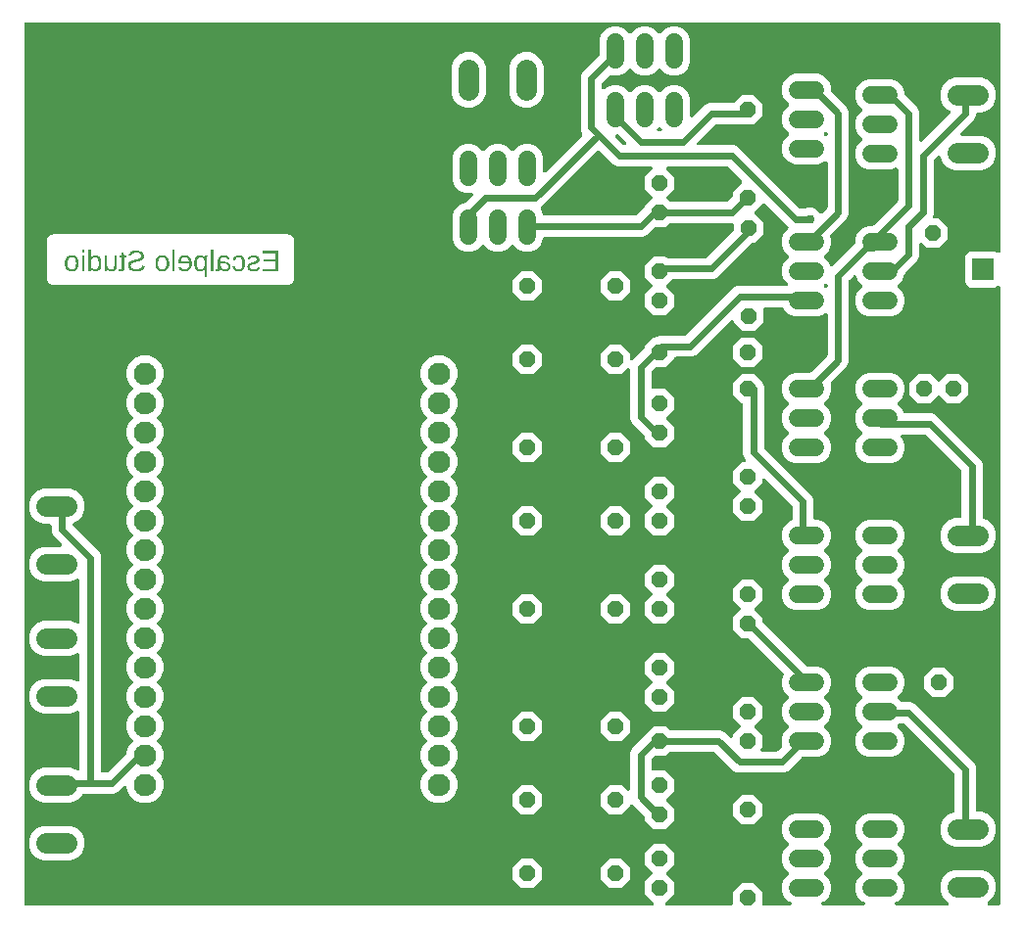
<source format=gbr>
G04 EAGLE Gerber RS-274X export*
G75*
%MOMM*%
%FSLAX34Y34*%
%LPD*%
%INBottom Copper*%
%IPPOS*%
%AMOC8*
5,1,8,0,0,1.08239X$1,22.5*%
G01*
G04 Define Apertures*
%ADD10C,1.930400*%
%ADD11R,1.879600X1.879600*%
%ADD12C,1.879600*%
%ADD13C,1.524000*%
%ADD14P,1.42962X8X112.5*%
%ADD15P,1.42962X8X202.5*%
%ADD16P,1.42962X8X22.5*%
%ADD17P,1.42962X8X292.5*%
%ADD18C,1.790700*%
%ADD19C,0.609600*%
%ADD20C,0.756400*%
G36*
X552995Y10281D02*
X552400Y10160D01*
X11684Y10160D01*
X11135Y10262D01*
X10624Y10589D01*
X10281Y11090D01*
X10160Y11684D01*
X10160Y772416D01*
X10262Y772965D01*
X10589Y773476D01*
X11090Y773819D01*
X11684Y773940D01*
X851716Y773940D01*
X852265Y773838D01*
X852776Y773511D01*
X853119Y773010D01*
X853240Y772416D01*
X853240Y576010D01*
X853142Y575472D01*
X852819Y574959D01*
X852322Y574612D01*
X851728Y574486D01*
X851133Y574602D01*
X848811Y575564D01*
X827589Y575564D01*
X825349Y574636D01*
X823634Y572921D01*
X822706Y570681D01*
X822706Y549459D01*
X823634Y547219D01*
X825349Y545504D01*
X827589Y544576D01*
X848811Y544576D01*
X851133Y545538D01*
X851667Y545653D01*
X852265Y545551D01*
X852776Y545225D01*
X853119Y544724D01*
X853240Y544130D01*
X853240Y11684D01*
X853138Y11135D01*
X852811Y10624D01*
X852310Y10281D01*
X851716Y10160D01*
X843683Y10160D01*
X843168Y10250D01*
X842649Y10564D01*
X842294Y11056D01*
X842160Y11648D01*
X842266Y12245D01*
X842597Y12753D01*
X842882Y12945D01*
X847212Y17275D01*
X849503Y22806D01*
X849503Y28794D01*
X847212Y34325D01*
X842978Y38558D01*
X837447Y40850D01*
X813553Y40850D01*
X808022Y38558D01*
X803788Y34325D01*
X801497Y28794D01*
X801497Y22806D01*
X803788Y17275D01*
X808095Y12969D01*
X808342Y12812D01*
X808701Y12323D01*
X808840Y11733D01*
X808738Y11135D01*
X808412Y10624D01*
X807911Y10281D01*
X807317Y10160D01*
X763631Y10160D01*
X763115Y10250D01*
X762597Y10564D01*
X762242Y11056D01*
X762107Y11648D01*
X762214Y12245D01*
X762545Y12753D01*
X763047Y13092D01*
X764690Y13772D01*
X768548Y17630D01*
X770636Y22672D01*
X770636Y28128D01*
X768548Y33170D01*
X764695Y37022D01*
X764379Y37483D01*
X764249Y38076D01*
X764360Y38672D01*
X764695Y39178D01*
X768548Y43030D01*
X770636Y48072D01*
X770636Y53528D01*
X768548Y58570D01*
X764695Y62422D01*
X764379Y62883D01*
X764249Y63476D01*
X764360Y64072D01*
X764695Y64578D01*
X768548Y68430D01*
X770636Y73472D01*
X770636Y78928D01*
X768548Y83970D01*
X764690Y87828D01*
X759648Y89916D01*
X738952Y89916D01*
X733910Y87828D01*
X730052Y83970D01*
X727964Y78928D01*
X727964Y73472D01*
X730052Y68430D01*
X733905Y64578D01*
X734221Y64117D01*
X734351Y63524D01*
X734240Y62928D01*
X733905Y62422D01*
X730052Y58570D01*
X727964Y53528D01*
X727964Y48072D01*
X730052Y43030D01*
X733905Y39178D01*
X734221Y38717D01*
X734351Y38124D01*
X734240Y37528D01*
X733905Y37022D01*
X730052Y33170D01*
X727964Y28128D01*
X727964Y22672D01*
X730052Y17630D01*
X733910Y13772D01*
X735553Y13092D01*
X735994Y12812D01*
X736353Y12323D01*
X736493Y11733D01*
X736391Y11135D01*
X736064Y10624D01*
X735564Y10281D01*
X734969Y10160D01*
X700131Y10160D01*
X699615Y10250D01*
X699097Y10564D01*
X698742Y11056D01*
X698607Y11648D01*
X698714Y12245D01*
X699045Y12753D01*
X699547Y13092D01*
X701190Y13772D01*
X705048Y17630D01*
X707136Y22672D01*
X707136Y28128D01*
X705048Y33170D01*
X701195Y37022D01*
X700879Y37483D01*
X700749Y38076D01*
X700860Y38672D01*
X701195Y39178D01*
X705048Y43030D01*
X707136Y48072D01*
X707136Y53528D01*
X705048Y58570D01*
X701195Y62422D01*
X700879Y62883D01*
X700749Y63476D01*
X700860Y64072D01*
X701195Y64578D01*
X705048Y68430D01*
X707136Y73472D01*
X707136Y78928D01*
X705048Y83970D01*
X701190Y87828D01*
X696148Y89916D01*
X675452Y89916D01*
X670410Y87828D01*
X666552Y83970D01*
X664464Y78928D01*
X664464Y73472D01*
X666552Y68430D01*
X670405Y64578D01*
X670721Y64117D01*
X670851Y63524D01*
X670740Y62928D01*
X670405Y62422D01*
X666552Y58570D01*
X664464Y53528D01*
X664464Y48072D01*
X666552Y43030D01*
X670405Y39178D01*
X670721Y38717D01*
X670851Y38124D01*
X670740Y37528D01*
X670405Y37022D01*
X666552Y33170D01*
X664464Y28128D01*
X664464Y22672D01*
X666552Y17630D01*
X670410Y13772D01*
X672053Y13092D01*
X672494Y12812D01*
X672853Y12323D01*
X672993Y11733D01*
X672891Y11135D01*
X672564Y10624D01*
X672064Y10281D01*
X671469Y10160D01*
X649224Y10160D01*
X648675Y10262D01*
X648164Y10589D01*
X647821Y11090D01*
X647700Y11684D01*
X647700Y22025D01*
X640261Y29464D01*
X629740Y29464D01*
X622300Y22025D01*
X622300Y11684D01*
X622198Y11135D01*
X621871Y10624D01*
X621370Y10281D01*
X620776Y10160D01*
X565200Y10160D01*
X564673Y10254D01*
X564157Y10573D01*
X563806Y11067D01*
X563676Y11660D01*
X563787Y12256D01*
X564122Y12762D01*
X571500Y20140D01*
X571500Y30661D01*
X565138Y37022D01*
X564822Y37483D01*
X564692Y38076D01*
X564803Y38672D01*
X565138Y39178D01*
X571500Y45540D01*
X571500Y56061D01*
X564061Y63500D01*
X553540Y63500D01*
X546100Y56061D01*
X546100Y45540D01*
X552462Y39178D01*
X552778Y38717D01*
X552908Y38124D01*
X552797Y37528D01*
X552462Y37022D01*
X546100Y30661D01*
X546100Y20140D01*
X553478Y12762D01*
X553784Y12323D01*
X553923Y11733D01*
X553822Y11135D01*
X553495Y10624D01*
X552995Y10281D01*
G37*
%LPC*%
G36*
X675452Y392684D02*
X696148Y392684D01*
X701190Y394772D01*
X705048Y398630D01*
X707136Y403672D01*
X707136Y409128D01*
X705048Y414170D01*
X701195Y418022D01*
X700879Y418483D01*
X700749Y419076D01*
X700860Y419672D01*
X701195Y420178D01*
X705048Y424030D01*
X707136Y429072D01*
X707136Y434528D01*
X705048Y439570D01*
X701195Y443422D01*
X700879Y443883D01*
X700749Y444476D01*
X700860Y445072D01*
X701195Y445578D01*
X705048Y449430D01*
X707136Y454472D01*
X707136Y459928D01*
X706756Y460846D01*
X706640Y461405D01*
X706751Y462001D01*
X707086Y462507D01*
X720984Y476404D01*
X722376Y479765D01*
X722376Y550317D01*
X722487Y550889D01*
X722822Y551395D01*
X726215Y554788D01*
X726665Y555099D01*
X727256Y555233D01*
X727853Y555127D01*
X728362Y554796D01*
X728701Y554293D01*
X730052Y551030D01*
X733905Y547178D01*
X734221Y546717D01*
X734351Y546124D01*
X734240Y545528D01*
X733905Y545022D01*
X730052Y541170D01*
X727964Y536128D01*
X727964Y530672D01*
X730052Y525630D01*
X733910Y521772D01*
X738952Y519684D01*
X759648Y519684D01*
X764690Y521772D01*
X768548Y525630D01*
X770636Y530672D01*
X770636Y536128D01*
X768548Y541170D01*
X764695Y545022D01*
X764379Y545483D01*
X764249Y546076D01*
X764360Y546672D01*
X764695Y547178D01*
X768548Y551030D01*
X770697Y556220D01*
X770747Y556477D01*
X771082Y556983D01*
X781944Y567844D01*
X783336Y571205D01*
X783336Y581938D01*
X783430Y582464D01*
X783749Y582980D01*
X784243Y583331D01*
X784836Y583461D01*
X785432Y583350D01*
X785938Y583015D01*
X789796Y579157D01*
X800317Y579157D01*
X807757Y586596D01*
X807757Y597117D01*
X800317Y604557D01*
X796473Y604557D01*
X795935Y604655D01*
X795422Y604978D01*
X795075Y605475D01*
X794949Y606069D01*
X795065Y606664D01*
X795528Y607781D01*
X795528Y653949D01*
X795639Y654521D01*
X795974Y655027D01*
X799081Y658133D01*
X799531Y658444D01*
X800122Y658579D01*
X800719Y658473D01*
X801227Y658142D01*
X801566Y657639D01*
X803788Y652275D01*
X808022Y648042D01*
X813553Y645751D01*
X837447Y645751D01*
X842978Y648042D01*
X847212Y652275D01*
X849503Y657806D01*
X849503Y663794D01*
X847212Y669325D01*
X842978Y673558D01*
X837447Y675850D01*
X820476Y675850D01*
X819950Y675943D01*
X819434Y676262D01*
X819083Y676757D01*
X818953Y677349D01*
X819064Y677945D01*
X819399Y678451D01*
X830712Y689764D01*
X832104Y693125D01*
X832104Y694227D01*
X832206Y694776D01*
X832533Y695287D01*
X833034Y695630D01*
X833628Y695751D01*
X837447Y695751D01*
X842978Y698042D01*
X847212Y702275D01*
X849503Y707806D01*
X849503Y713794D01*
X847212Y719325D01*
X842978Y723558D01*
X837447Y725850D01*
X813553Y725850D01*
X808022Y723558D01*
X803788Y719325D01*
X801497Y713794D01*
X801497Y707806D01*
X803788Y702275D01*
X808022Y698042D01*
X809524Y697419D01*
X809983Y697123D01*
X810334Y696628D01*
X810464Y696036D01*
X810353Y695439D01*
X810018Y694934D01*
X785938Y670853D01*
X785499Y670547D01*
X784909Y670408D01*
X784311Y670509D01*
X783800Y670836D01*
X783457Y671336D01*
X783336Y671931D01*
X783336Y696763D01*
X781944Y700124D01*
X771082Y710985D01*
X770757Y711468D01*
X770636Y712063D01*
X770636Y713928D01*
X768548Y718970D01*
X764690Y722828D01*
X759648Y724916D01*
X738952Y724916D01*
X733910Y722828D01*
X730052Y718970D01*
X727964Y713928D01*
X727964Y708472D01*
X730052Y703430D01*
X733905Y699578D01*
X734221Y699117D01*
X734351Y698524D01*
X734240Y697928D01*
X733905Y697422D01*
X730052Y693570D01*
X727964Y688528D01*
X727964Y683072D01*
X730052Y678030D01*
X733905Y674178D01*
X734221Y673717D01*
X734351Y673124D01*
X734240Y672528D01*
X733905Y672022D01*
X730052Y668170D01*
X727964Y663128D01*
X727964Y657672D01*
X730052Y652630D01*
X733910Y648772D01*
X738952Y646684D01*
X759648Y646684D01*
X762941Y648048D01*
X763475Y648163D01*
X764073Y648061D01*
X764584Y647734D01*
X764927Y647234D01*
X765048Y646640D01*
X765048Y620115D01*
X764937Y619543D01*
X764602Y619037D01*
X743927Y598362D01*
X743444Y598037D01*
X742849Y597916D01*
X738952Y597916D01*
X733910Y595828D01*
X730052Y591970D01*
X727964Y586928D01*
X727964Y583031D01*
X727853Y582459D01*
X727518Y581953D01*
X708736Y563172D01*
X708286Y562861D01*
X707695Y562726D01*
X707098Y562832D01*
X706589Y563163D01*
X706250Y563666D01*
X705048Y566570D01*
X701195Y570422D01*
X700879Y570883D01*
X700749Y571476D01*
X700860Y572072D01*
X701195Y572578D01*
X705048Y576430D01*
X707136Y581472D01*
X707136Y586928D01*
X706458Y588564D01*
X706343Y589123D01*
X706454Y589719D01*
X706789Y590225D01*
X720984Y604420D01*
X722376Y607781D01*
X722376Y696763D01*
X720984Y700124D01*
X707582Y713525D01*
X707257Y714008D01*
X707136Y714603D01*
X707136Y718248D01*
X705048Y723290D01*
X701190Y727148D01*
X696148Y729236D01*
X675452Y729236D01*
X670410Y727148D01*
X666552Y723290D01*
X664464Y718248D01*
X664464Y712792D01*
X666552Y707750D01*
X670405Y703898D01*
X670721Y703437D01*
X670851Y702844D01*
X670740Y702248D01*
X670405Y701742D01*
X666552Y697890D01*
X664464Y692848D01*
X664464Y687392D01*
X666552Y682350D01*
X670405Y678498D01*
X670721Y678037D01*
X670851Y677444D01*
X670740Y676848D01*
X670405Y676342D01*
X666552Y672490D01*
X664464Y667448D01*
X664464Y661992D01*
X666552Y656950D01*
X670410Y653092D01*
X675452Y651004D01*
X696148Y651004D01*
X701190Y653092D01*
X701486Y653389D01*
X701925Y653695D01*
X702515Y653835D01*
X703113Y653733D01*
X703624Y653406D01*
X703967Y652906D01*
X704088Y652311D01*
X704088Y614019D01*
X703977Y613447D01*
X703642Y612941D01*
X699589Y608888D01*
X699128Y608572D01*
X698535Y608442D01*
X697939Y608553D01*
X697433Y608888D01*
X694444Y611878D01*
X690813Y613382D01*
X686883Y613382D01*
X685391Y612764D01*
X684808Y612648D01*
X681075Y612648D01*
X680503Y612759D01*
X679997Y613094D01*
X626972Y666120D01*
X623611Y667512D01*
X592683Y667512D01*
X592156Y667606D01*
X591640Y667925D01*
X591289Y668419D01*
X591159Y669012D01*
X591270Y669608D01*
X591605Y670114D01*
X606845Y685354D01*
X607328Y685679D01*
X607923Y685800D01*
X632490Y685800D01*
X632909Y685741D01*
X633221Y685652D01*
X634421Y685790D01*
X634595Y685800D01*
X640261Y685800D01*
X647700Y693240D01*
X647700Y703761D01*
X640261Y711200D01*
X629740Y711200D01*
X623074Y704534D01*
X622591Y704209D01*
X621996Y704088D01*
X601685Y704088D01*
X598324Y702696D01*
X587818Y692189D01*
X587379Y691883D01*
X586789Y691744D01*
X586191Y691845D01*
X585680Y692172D01*
X585337Y692672D01*
X585216Y693267D01*
X585216Y708848D01*
X583128Y713890D01*
X579270Y717748D01*
X574228Y719836D01*
X568772Y719836D01*
X563730Y717748D01*
X559878Y713895D01*
X559417Y713579D01*
X558824Y713449D01*
X558228Y713560D01*
X557722Y713895D01*
X553870Y717748D01*
X548828Y719836D01*
X543372Y719836D01*
X538330Y717748D01*
X534478Y713895D01*
X534017Y713579D01*
X533424Y713449D01*
X532828Y713560D01*
X532322Y713895D01*
X528470Y717748D01*
X523428Y719836D01*
X517972Y719836D01*
X512930Y717748D01*
X511618Y716435D01*
X511179Y716129D01*
X510589Y715989D01*
X509991Y716091D01*
X509480Y716418D01*
X509137Y716918D01*
X509016Y717513D01*
X509016Y721005D01*
X509127Y721577D01*
X509462Y722083D01*
X515393Y728014D01*
X515865Y728335D01*
X516459Y728460D01*
X517054Y728344D01*
X517972Y727964D01*
X523428Y727964D01*
X528470Y730052D01*
X532322Y733905D01*
X532783Y734221D01*
X533376Y734351D01*
X533972Y734240D01*
X534478Y733905D01*
X538330Y730052D01*
X543372Y727964D01*
X548828Y727964D01*
X553870Y730052D01*
X557722Y733905D01*
X558183Y734221D01*
X558776Y734351D01*
X559372Y734240D01*
X559878Y733905D01*
X563730Y730052D01*
X568772Y727964D01*
X574228Y727964D01*
X579270Y730052D01*
X583128Y733910D01*
X585216Y738952D01*
X585216Y759648D01*
X583128Y764690D01*
X579270Y768548D01*
X574228Y770636D01*
X568772Y770636D01*
X563730Y768548D01*
X559878Y764695D01*
X559417Y764379D01*
X558824Y764249D01*
X558228Y764360D01*
X557722Y764695D01*
X553870Y768548D01*
X548828Y770636D01*
X543372Y770636D01*
X538330Y768548D01*
X534478Y764695D01*
X534017Y764379D01*
X533424Y764249D01*
X532828Y764360D01*
X532322Y764695D01*
X528470Y768548D01*
X523428Y770636D01*
X517972Y770636D01*
X512930Y768548D01*
X509072Y764690D01*
X506984Y759648D01*
X506984Y746099D01*
X506873Y745527D01*
X506538Y745021D01*
X492120Y730604D01*
X490728Y727243D01*
X490728Y680933D01*
X492197Y677386D01*
X492275Y677273D01*
X492405Y676680D01*
X492294Y676084D01*
X491959Y675578D01*
X460818Y644437D01*
X460379Y644131D01*
X459789Y643992D01*
X459191Y644093D01*
X458680Y644420D01*
X458337Y644920D01*
X458216Y645515D01*
X458216Y658048D01*
X456128Y663090D01*
X452270Y666948D01*
X447228Y669036D01*
X441772Y669036D01*
X436730Y666948D01*
X432878Y663095D01*
X432417Y662779D01*
X431824Y662649D01*
X431228Y662760D01*
X430722Y663095D01*
X426870Y666948D01*
X421828Y669036D01*
X416372Y669036D01*
X411330Y666948D01*
X407478Y663095D01*
X407017Y662779D01*
X406424Y662649D01*
X405828Y662760D01*
X405322Y663095D01*
X401470Y666948D01*
X396428Y669036D01*
X390972Y669036D01*
X385930Y666948D01*
X382072Y663090D01*
X379984Y658048D01*
X379984Y637352D01*
X382072Y632310D01*
X385930Y628452D01*
X390972Y626364D01*
X396393Y626364D01*
X396920Y626270D01*
X397436Y625951D01*
X397787Y625457D01*
X397917Y624864D01*
X397806Y624268D01*
X397471Y623762D01*
X392391Y618682D01*
X391908Y618357D01*
X391313Y618236D01*
X390972Y618236D01*
X385930Y616148D01*
X382072Y612290D01*
X379984Y607248D01*
X379984Y586552D01*
X382072Y581510D01*
X385930Y577652D01*
X390972Y575564D01*
X396428Y575564D01*
X401470Y577652D01*
X405322Y581505D01*
X405783Y581821D01*
X406376Y581951D01*
X406972Y581840D01*
X407478Y581505D01*
X411330Y577652D01*
X416372Y575564D01*
X421828Y575564D01*
X426870Y577652D01*
X430722Y581505D01*
X431183Y581821D01*
X431776Y581951D01*
X432372Y581840D01*
X432878Y581505D01*
X436730Y577652D01*
X441772Y575564D01*
X447228Y575564D01*
X452270Y577652D01*
X456128Y581510D01*
X458216Y586552D01*
X458216Y586740D01*
X458318Y587289D01*
X458645Y587800D01*
X459146Y588143D01*
X459740Y588264D01*
X544363Y588264D01*
X547724Y589656D01*
X554521Y596454D01*
X555004Y596779D01*
X555599Y596900D01*
X564061Y596900D01*
X567170Y600010D01*
X567653Y600335D01*
X568248Y600456D01*
X621726Y600456D01*
X622275Y600354D01*
X622786Y600027D01*
X623129Y599526D01*
X623250Y598932D01*
X623250Y594141D01*
X623139Y593569D01*
X622804Y593063D01*
X600163Y570422D01*
X599680Y570097D01*
X599085Y569976D01*
X566216Y569976D01*
X565644Y570087D01*
X565138Y570422D01*
X564061Y571500D01*
X553540Y571500D01*
X546100Y564061D01*
X546100Y553540D01*
X552462Y547178D01*
X552778Y546717D01*
X552908Y546124D01*
X552797Y545528D01*
X552462Y545022D01*
X546100Y538661D01*
X546100Y528140D01*
X553540Y520700D01*
X564061Y520700D01*
X571500Y528140D01*
X571500Y538661D01*
X565138Y545022D01*
X564822Y545483D01*
X564692Y546076D01*
X564803Y546672D01*
X565138Y547178D01*
X569202Y551242D01*
X569685Y551567D01*
X570280Y551688D01*
X605323Y551688D01*
X608684Y553080D01*
X638407Y582804D01*
X638890Y583129D01*
X639485Y583250D01*
X641211Y583250D01*
X648650Y590689D01*
X648650Y601210D01*
X641338Y608522D01*
X641022Y608983D01*
X640892Y609576D01*
X641003Y610172D01*
X641338Y610678D01*
X647867Y617206D01*
X648328Y617522D01*
X648920Y617653D01*
X649516Y617541D01*
X650022Y617206D01*
X669828Y597401D01*
X670144Y596940D01*
X670274Y596347D01*
X670163Y595751D01*
X669828Y595245D01*
X666552Y591970D01*
X664464Y586928D01*
X664464Y581472D01*
X666552Y576430D01*
X670405Y572578D01*
X670721Y572117D01*
X670851Y571524D01*
X670740Y570928D01*
X670405Y570422D01*
X666552Y566570D01*
X664464Y561528D01*
X664464Y556072D01*
X666552Y551030D01*
X669389Y548194D01*
X669695Y547755D01*
X669835Y547165D01*
X669733Y546567D01*
X669406Y546056D01*
X668906Y545713D01*
X668311Y545592D01*
X626069Y545592D01*
X622708Y544200D01*
X581875Y503366D01*
X581392Y503041D01*
X580797Y502920D01*
X562887Y502920D01*
X562761Y502944D01*
X560785Y502920D01*
X560766Y502920D01*
X558955Y502920D01*
X557290Y502207D01*
X557273Y502199D01*
X555614Y501512D01*
X555031Y501396D01*
X553540Y501396D01*
X546100Y493957D01*
X546100Y492607D01*
X545989Y492035D01*
X545654Y491529D01*
X536002Y481877D01*
X535563Y481571D01*
X534973Y481432D01*
X534375Y481533D01*
X533864Y481860D01*
X533521Y482360D01*
X533400Y482955D01*
X533400Y487861D01*
X525961Y495300D01*
X515440Y495300D01*
X508000Y487861D01*
X508000Y477340D01*
X515440Y469900D01*
X525961Y469900D01*
X530798Y474738D01*
X531237Y475044D01*
X531827Y475183D01*
X532425Y475082D01*
X532936Y474755D01*
X533279Y474255D01*
X533400Y473660D01*
X533400Y430997D01*
X534792Y427636D01*
X545654Y416775D01*
X545979Y416292D01*
X546100Y415697D01*
X546100Y413840D01*
X553540Y406400D01*
X564061Y406400D01*
X571500Y413840D01*
X571500Y424361D01*
X565138Y430722D01*
X564822Y431183D01*
X564692Y431776D01*
X564803Y432372D01*
X565138Y432878D01*
X571500Y439240D01*
X571500Y449761D01*
X564061Y457200D01*
X553212Y457200D01*
X552663Y457302D01*
X552152Y457629D01*
X551809Y458130D01*
X551688Y458724D01*
X551688Y471069D01*
X551799Y471641D01*
X552134Y472147D01*
X555537Y475550D01*
X556020Y475875D01*
X556615Y475996D01*
X564061Y475996D01*
X571575Y483511D01*
X571602Y483657D01*
X571929Y484168D01*
X572430Y484511D01*
X573024Y484632D01*
X587035Y484632D01*
X590396Y486024D01*
X620648Y516277D01*
X621087Y516583D01*
X621677Y516722D01*
X622275Y516621D01*
X622786Y516294D01*
X623129Y515794D01*
X623250Y515199D01*
X623250Y514489D01*
X630690Y507050D01*
X641211Y507050D01*
X648650Y514489D01*
X648650Y525150D01*
X648513Y525731D01*
X648614Y526329D01*
X648941Y526840D01*
X649441Y527183D01*
X650036Y527304D01*
X664841Y527304D01*
X665401Y527197D01*
X665910Y526866D01*
X666249Y526363D01*
X666552Y525630D01*
X670410Y521772D01*
X675452Y519684D01*
X696148Y519684D01*
X701190Y521772D01*
X701486Y522069D01*
X701925Y522375D01*
X702515Y522515D01*
X703113Y522413D01*
X703624Y522086D01*
X703967Y521586D01*
X704088Y520991D01*
X704088Y486003D01*
X703977Y485431D01*
X703642Y484925D01*
X690079Y471362D01*
X689596Y471037D01*
X689001Y470916D01*
X675452Y470916D01*
X670410Y468828D01*
X666552Y464970D01*
X664464Y459928D01*
X664464Y454472D01*
X666552Y449430D01*
X670405Y445578D01*
X670721Y445117D01*
X670851Y444524D01*
X670740Y443928D01*
X670405Y443422D01*
X666552Y439570D01*
X664464Y434528D01*
X664464Y429072D01*
X666552Y424030D01*
X670405Y420178D01*
X670721Y419717D01*
X670851Y419124D01*
X670740Y418528D01*
X670405Y418022D01*
X666552Y414170D01*
X664464Y409128D01*
X664464Y403672D01*
X666552Y398630D01*
X670410Y394772D01*
X675452Y392684D01*
G37*
G36*
X441106Y699897D02*
X447094Y699897D01*
X452625Y702188D01*
X456858Y706422D01*
X459150Y711953D01*
X459150Y735847D01*
X456858Y741378D01*
X452625Y745612D01*
X447094Y747903D01*
X441106Y747903D01*
X435575Y745612D01*
X431342Y741378D01*
X429051Y735847D01*
X429051Y711953D01*
X431342Y706422D01*
X435575Y702188D01*
X441106Y699897D01*
G37*
G36*
X391106Y699897D02*
X397094Y699897D01*
X402625Y702188D01*
X406858Y706422D01*
X409150Y711953D01*
X409150Y735847D01*
X406858Y741378D01*
X402625Y745612D01*
X397094Y747903D01*
X391106Y747903D01*
X385575Y745612D01*
X381342Y741378D01*
X379051Y735847D01*
X379051Y711953D01*
X381342Y706422D01*
X385575Y702188D01*
X391106Y699897D01*
G37*
G36*
X35260Y546777D02*
X237477Y546777D01*
X238073Y546836D01*
X238660Y546953D01*
X239234Y547127D01*
X239787Y547356D01*
X240315Y547638D01*
X240813Y547971D01*
X241276Y548351D01*
X241700Y548775D01*
X242080Y549238D01*
X242412Y549736D01*
X242695Y550264D01*
X242924Y550817D01*
X243098Y551390D01*
X243215Y551978D01*
X243273Y552574D01*
X243273Y584703D01*
X243215Y585299D01*
X243098Y585886D01*
X242924Y586459D01*
X242695Y587013D01*
X242412Y587541D01*
X242080Y588039D01*
X241700Y588502D01*
X241276Y588925D01*
X240813Y589305D01*
X240315Y589638D01*
X239787Y589921D01*
X239234Y590150D01*
X238660Y590324D01*
X238073Y590440D01*
X237477Y590499D01*
X35260Y590499D01*
X34665Y590440D01*
X34077Y590324D01*
X33504Y590150D01*
X32950Y589921D01*
X32422Y589638D01*
X31924Y589305D01*
X31461Y588925D01*
X31038Y588502D01*
X30658Y588039D01*
X30325Y587541D01*
X30043Y587013D01*
X29813Y586459D01*
X29640Y585886D01*
X29523Y585299D01*
X29464Y584703D01*
X29464Y552574D01*
X29523Y551978D01*
X29640Y551390D01*
X29813Y550817D01*
X30043Y550264D01*
X30325Y549736D01*
X30658Y549238D01*
X31038Y548775D01*
X31461Y548351D01*
X31924Y547971D01*
X32422Y547638D01*
X32950Y547356D01*
X33504Y547127D01*
X34077Y546953D01*
X34665Y546836D01*
X35260Y546777D01*
G37*
G36*
X515440Y533400D02*
X525961Y533400D01*
X533400Y540840D01*
X533400Y551361D01*
X525961Y558800D01*
X515440Y558800D01*
X508000Y551361D01*
X508000Y540840D01*
X515440Y533400D01*
G37*
G36*
X439240Y533400D02*
X449761Y533400D01*
X457200Y540840D01*
X457200Y551361D01*
X449761Y558800D01*
X439240Y558800D01*
X431800Y551361D01*
X431800Y540840D01*
X439240Y533400D01*
G37*
G36*
X629740Y475996D02*
X640261Y475996D01*
X647700Y483436D01*
X647700Y493957D01*
X640261Y501396D01*
X629740Y501396D01*
X622300Y493957D01*
X622300Y483436D01*
X629740Y475996D01*
G37*
G36*
X439240Y469900D02*
X449761Y469900D01*
X457200Y477340D01*
X457200Y487861D01*
X449761Y495300D01*
X439240Y495300D01*
X431800Y487861D01*
X431800Y477340D01*
X439240Y469900D01*
G37*
G36*
X365168Y98552D02*
X371432Y98552D01*
X377221Y100950D01*
X381651Y105379D01*
X384048Y111168D01*
X384048Y117432D01*
X381651Y123221D01*
X378949Y125922D01*
X378633Y126383D01*
X378503Y126976D01*
X378614Y127572D01*
X378949Y128078D01*
X381651Y130779D01*
X384048Y136568D01*
X384048Y142832D01*
X381651Y148621D01*
X378949Y151322D01*
X378633Y151783D01*
X378503Y152376D01*
X378614Y152972D01*
X378949Y153478D01*
X381651Y156179D01*
X384048Y161968D01*
X384048Y168232D01*
X381651Y174021D01*
X378949Y176722D01*
X378633Y177183D01*
X378503Y177776D01*
X378614Y178372D01*
X378949Y178878D01*
X381651Y181579D01*
X384048Y187368D01*
X384048Y193632D01*
X381651Y199421D01*
X378949Y202122D01*
X378633Y202583D01*
X378503Y203176D01*
X378614Y203772D01*
X378949Y204278D01*
X381651Y206979D01*
X384048Y212768D01*
X384048Y219032D01*
X381651Y224821D01*
X378949Y227522D01*
X378633Y227983D01*
X378503Y228576D01*
X378614Y229172D01*
X378949Y229678D01*
X381651Y232379D01*
X384048Y238168D01*
X384048Y244432D01*
X381651Y250221D01*
X378949Y252922D01*
X378633Y253383D01*
X378503Y253976D01*
X378614Y254572D01*
X378949Y255078D01*
X381651Y257779D01*
X384048Y263568D01*
X384048Y269832D01*
X381651Y275621D01*
X378949Y278322D01*
X378633Y278783D01*
X378503Y279376D01*
X378614Y279972D01*
X378949Y280478D01*
X381651Y283179D01*
X384048Y288968D01*
X384048Y295232D01*
X381651Y301021D01*
X378949Y303722D01*
X378633Y304183D01*
X378503Y304776D01*
X378614Y305372D01*
X378949Y305878D01*
X381651Y308579D01*
X384048Y314368D01*
X384048Y320632D01*
X381651Y326421D01*
X378949Y329122D01*
X378633Y329583D01*
X378503Y330176D01*
X378614Y330772D01*
X378949Y331278D01*
X381651Y333979D01*
X384048Y339768D01*
X384048Y346032D01*
X381651Y351821D01*
X378949Y354522D01*
X378633Y354983D01*
X378503Y355576D01*
X378614Y356172D01*
X378949Y356678D01*
X381651Y359379D01*
X384048Y365168D01*
X384048Y371432D01*
X381651Y377221D01*
X378949Y379922D01*
X378633Y380383D01*
X378503Y380976D01*
X378614Y381572D01*
X378949Y382078D01*
X381651Y384779D01*
X384048Y390568D01*
X384048Y396832D01*
X381651Y402621D01*
X378949Y405322D01*
X378633Y405783D01*
X378503Y406376D01*
X378614Y406972D01*
X378949Y407478D01*
X381651Y410179D01*
X384048Y415968D01*
X384048Y422232D01*
X381651Y428021D01*
X378949Y430722D01*
X378633Y431183D01*
X378503Y431776D01*
X378614Y432372D01*
X378949Y432878D01*
X381651Y435579D01*
X384048Y441368D01*
X384048Y447632D01*
X381651Y453421D01*
X378949Y456122D01*
X378633Y456583D01*
X378503Y457176D01*
X378614Y457772D01*
X378949Y458278D01*
X381651Y460979D01*
X384048Y466768D01*
X384048Y473032D01*
X381651Y478821D01*
X377221Y483251D01*
X371432Y485648D01*
X365168Y485648D01*
X359379Y483251D01*
X354950Y478821D01*
X352552Y473032D01*
X352552Y466768D01*
X354950Y460979D01*
X357651Y458278D01*
X357967Y457817D01*
X358098Y457224D01*
X357986Y456628D01*
X357651Y456122D01*
X354950Y453421D01*
X352552Y447632D01*
X352552Y441368D01*
X354950Y435579D01*
X357651Y432878D01*
X357967Y432417D01*
X358098Y431824D01*
X357986Y431228D01*
X357651Y430722D01*
X354950Y428021D01*
X352552Y422232D01*
X352552Y415968D01*
X354950Y410179D01*
X357651Y407478D01*
X357967Y407017D01*
X358098Y406424D01*
X357986Y405828D01*
X357651Y405322D01*
X354950Y402621D01*
X352552Y396832D01*
X352552Y390568D01*
X354950Y384779D01*
X357651Y382078D01*
X357967Y381617D01*
X358098Y381024D01*
X357986Y380428D01*
X357651Y379922D01*
X354950Y377221D01*
X352552Y371432D01*
X352552Y365168D01*
X354950Y359379D01*
X357651Y356678D01*
X357967Y356217D01*
X358098Y355624D01*
X357986Y355028D01*
X357651Y354522D01*
X354950Y351821D01*
X352552Y346032D01*
X352552Y339768D01*
X354950Y333979D01*
X357651Y331278D01*
X357967Y330817D01*
X358098Y330224D01*
X357986Y329628D01*
X357651Y329122D01*
X354950Y326421D01*
X352552Y320632D01*
X352552Y314368D01*
X354950Y308579D01*
X357651Y305878D01*
X357967Y305417D01*
X358098Y304824D01*
X357986Y304228D01*
X357651Y303722D01*
X354950Y301021D01*
X352552Y295232D01*
X352552Y288968D01*
X354950Y283179D01*
X357651Y280478D01*
X357967Y280017D01*
X358098Y279424D01*
X357986Y278828D01*
X357651Y278322D01*
X354950Y275621D01*
X352552Y269832D01*
X352552Y263568D01*
X354950Y257779D01*
X357651Y255078D01*
X357967Y254617D01*
X358098Y254024D01*
X357986Y253428D01*
X357651Y252922D01*
X354950Y250221D01*
X352552Y244432D01*
X352552Y238168D01*
X354950Y232379D01*
X357651Y229678D01*
X357967Y229217D01*
X358098Y228624D01*
X357986Y228028D01*
X357651Y227522D01*
X354950Y224821D01*
X352552Y219032D01*
X352552Y212768D01*
X354950Y206979D01*
X357651Y204278D01*
X357967Y203817D01*
X358098Y203224D01*
X357986Y202628D01*
X357651Y202122D01*
X354950Y199421D01*
X352552Y193632D01*
X352552Y187368D01*
X354950Y181579D01*
X357651Y178878D01*
X357967Y178417D01*
X358098Y177824D01*
X357986Y177228D01*
X357651Y176722D01*
X354950Y174021D01*
X352552Y168232D01*
X352552Y161968D01*
X354950Y156179D01*
X357651Y153478D01*
X357967Y153017D01*
X358098Y152424D01*
X357986Y151828D01*
X357651Y151322D01*
X354950Y148621D01*
X352552Y142832D01*
X352552Y136568D01*
X354950Y130779D01*
X357651Y128078D01*
X357967Y127617D01*
X358098Y127024D01*
X357986Y126428D01*
X357651Y125922D01*
X354950Y123221D01*
X352552Y117432D01*
X352552Y111168D01*
X354950Y105379D01*
X359379Y100950D01*
X365168Y98552D01*
G37*
G36*
X111168Y98552D02*
X117432Y98552D01*
X123221Y100950D01*
X127651Y105379D01*
X130048Y111168D01*
X130048Y117432D01*
X127651Y123221D01*
X124949Y125922D01*
X124633Y126383D01*
X124503Y126976D01*
X124614Y127572D01*
X124949Y128078D01*
X127651Y130779D01*
X130048Y136568D01*
X130048Y142832D01*
X127651Y148621D01*
X124949Y151322D01*
X124633Y151783D01*
X124503Y152376D01*
X124614Y152972D01*
X124949Y153478D01*
X127651Y156179D01*
X130048Y161968D01*
X130048Y168232D01*
X127651Y174021D01*
X124949Y176722D01*
X124633Y177183D01*
X124503Y177776D01*
X124614Y178372D01*
X124949Y178878D01*
X127651Y181579D01*
X130048Y187368D01*
X130048Y193632D01*
X127651Y199421D01*
X124949Y202122D01*
X124633Y202583D01*
X124503Y203176D01*
X124614Y203772D01*
X124949Y204278D01*
X127651Y206979D01*
X130048Y212768D01*
X130048Y219032D01*
X127651Y224821D01*
X124949Y227522D01*
X124633Y227983D01*
X124503Y228576D01*
X124614Y229172D01*
X124949Y229678D01*
X127651Y232379D01*
X130048Y238168D01*
X130048Y244432D01*
X127651Y250221D01*
X124949Y252922D01*
X124633Y253383D01*
X124503Y253976D01*
X124614Y254572D01*
X124949Y255078D01*
X127651Y257779D01*
X130048Y263568D01*
X130048Y269832D01*
X127651Y275621D01*
X124949Y278322D01*
X124633Y278783D01*
X124503Y279376D01*
X124614Y279972D01*
X124949Y280478D01*
X127651Y283179D01*
X130048Y288968D01*
X130048Y295232D01*
X127651Y301021D01*
X124949Y303722D01*
X124633Y304183D01*
X124503Y304776D01*
X124614Y305372D01*
X124949Y305878D01*
X127651Y308579D01*
X130048Y314368D01*
X130048Y320632D01*
X127651Y326421D01*
X124949Y329122D01*
X124633Y329583D01*
X124503Y330176D01*
X124614Y330772D01*
X124949Y331278D01*
X127651Y333979D01*
X130048Y339768D01*
X130048Y346032D01*
X127651Y351821D01*
X124949Y354522D01*
X124633Y354983D01*
X124503Y355576D01*
X124614Y356172D01*
X124949Y356678D01*
X127651Y359379D01*
X130048Y365168D01*
X130048Y371432D01*
X127651Y377221D01*
X124949Y379922D01*
X124633Y380383D01*
X124503Y380976D01*
X124614Y381572D01*
X124949Y382078D01*
X127651Y384779D01*
X130048Y390568D01*
X130048Y396832D01*
X127651Y402621D01*
X124949Y405322D01*
X124633Y405783D01*
X124503Y406376D01*
X124614Y406972D01*
X124949Y407478D01*
X127651Y410179D01*
X130048Y415968D01*
X130048Y422232D01*
X127651Y428021D01*
X124949Y430722D01*
X124633Y431183D01*
X124503Y431776D01*
X124614Y432372D01*
X124949Y432878D01*
X127651Y435579D01*
X130048Y441368D01*
X130048Y447632D01*
X127651Y453421D01*
X124949Y456122D01*
X124633Y456583D01*
X124503Y457176D01*
X124614Y457772D01*
X124949Y458278D01*
X127651Y460979D01*
X130048Y466768D01*
X130048Y473032D01*
X127651Y478821D01*
X123221Y483251D01*
X117432Y485648D01*
X111168Y485648D01*
X105379Y483251D01*
X100950Y478821D01*
X98552Y473032D01*
X98552Y466768D01*
X100950Y460979D01*
X103651Y458278D01*
X103967Y457817D01*
X104098Y457224D01*
X103986Y456628D01*
X103651Y456122D01*
X100950Y453421D01*
X98552Y447632D01*
X98552Y441368D01*
X100950Y435579D01*
X103651Y432878D01*
X103967Y432417D01*
X104098Y431824D01*
X103986Y431228D01*
X103651Y430722D01*
X100950Y428021D01*
X98552Y422232D01*
X98552Y415968D01*
X100950Y410179D01*
X103651Y407478D01*
X103967Y407017D01*
X104098Y406424D01*
X103986Y405828D01*
X103651Y405322D01*
X100950Y402621D01*
X98552Y396832D01*
X98552Y390568D01*
X100950Y384779D01*
X103651Y382078D01*
X103967Y381617D01*
X104098Y381024D01*
X103986Y380428D01*
X103651Y379922D01*
X100950Y377221D01*
X98552Y371432D01*
X98552Y365168D01*
X100950Y359379D01*
X103651Y356678D01*
X103967Y356217D01*
X104098Y355624D01*
X103986Y355028D01*
X103651Y354522D01*
X100950Y351821D01*
X98552Y346032D01*
X98552Y339768D01*
X100950Y333979D01*
X103651Y331278D01*
X103967Y330817D01*
X104098Y330224D01*
X103986Y329628D01*
X103651Y329122D01*
X100950Y326421D01*
X98552Y320632D01*
X98552Y314368D01*
X100950Y308579D01*
X103651Y305878D01*
X103967Y305417D01*
X104098Y304824D01*
X103986Y304228D01*
X103651Y303722D01*
X100950Y301021D01*
X98552Y295232D01*
X98552Y288968D01*
X100950Y283179D01*
X103651Y280478D01*
X103967Y280017D01*
X104098Y279424D01*
X103986Y278828D01*
X103651Y278322D01*
X100950Y275621D01*
X98552Y269832D01*
X98552Y263568D01*
X100950Y257779D01*
X103651Y255078D01*
X103967Y254617D01*
X104098Y254024D01*
X103986Y253428D01*
X103651Y252922D01*
X100950Y250221D01*
X98552Y244432D01*
X98552Y238168D01*
X100950Y232379D01*
X103651Y229678D01*
X103967Y229217D01*
X104098Y228624D01*
X103986Y228028D01*
X103651Y227522D01*
X100950Y224821D01*
X98552Y219032D01*
X98552Y212768D01*
X100950Y206979D01*
X103651Y204278D01*
X103967Y203817D01*
X104098Y203224D01*
X103986Y202628D01*
X103651Y202122D01*
X100950Y199421D01*
X98552Y193632D01*
X98552Y187368D01*
X100950Y181579D01*
X103651Y178878D01*
X103967Y178417D01*
X104098Y177824D01*
X103986Y177228D01*
X103651Y176722D01*
X100950Y174021D01*
X98552Y168232D01*
X98552Y161968D01*
X100950Y156179D01*
X103651Y153478D01*
X103967Y153017D01*
X104098Y152424D01*
X103986Y151828D01*
X103651Y151322D01*
X100950Y148621D01*
X98552Y142832D01*
X98552Y142595D01*
X98441Y142023D01*
X98106Y141517D01*
X82003Y125414D01*
X81520Y125089D01*
X80925Y124968D01*
X77724Y124968D01*
X77175Y125070D01*
X76664Y125397D01*
X76321Y125898D01*
X76200Y126492D01*
X76200Y312715D01*
X74808Y316076D01*
X52262Y338621D01*
X51937Y339104D01*
X51816Y339699D01*
X51816Y339865D01*
X51923Y340426D01*
X52254Y340934D01*
X52757Y341273D01*
X55578Y342442D01*
X59812Y346675D01*
X62103Y352206D01*
X62103Y358194D01*
X59812Y363725D01*
X55578Y367958D01*
X50047Y370250D01*
X26153Y370250D01*
X20622Y367958D01*
X16388Y363725D01*
X14097Y358194D01*
X14097Y352206D01*
X16388Y346675D01*
X20622Y342442D01*
X26153Y340151D01*
X32004Y340151D01*
X32553Y340048D01*
X33064Y339721D01*
X33407Y339221D01*
X33528Y338627D01*
X33528Y333461D01*
X34920Y330100D01*
X42169Y322851D01*
X42475Y322412D01*
X42615Y321822D01*
X42513Y321224D01*
X42186Y320713D01*
X41686Y320370D01*
X41092Y320250D01*
X26153Y320250D01*
X20622Y317958D01*
X16388Y313725D01*
X14097Y308194D01*
X14097Y302206D01*
X16388Y296675D01*
X20622Y292442D01*
X26153Y290151D01*
X50047Y290151D01*
X55805Y292535D01*
X56339Y292651D01*
X56937Y292549D01*
X57448Y292222D01*
X57791Y291722D01*
X57912Y291127D01*
X57912Y254973D01*
X57814Y254435D01*
X57491Y253921D01*
X56994Y253574D01*
X56400Y253449D01*
X55805Y253565D01*
X50047Y255950D01*
X26153Y255950D01*
X20622Y253658D01*
X16388Y249425D01*
X14097Y243894D01*
X14097Y237906D01*
X16388Y232375D01*
X20622Y228142D01*
X26153Y225851D01*
X50047Y225851D01*
X55805Y228235D01*
X56339Y228351D01*
X56937Y228249D01*
X57448Y227922D01*
X57791Y227422D01*
X57912Y226827D01*
X57912Y204973D01*
X57814Y204435D01*
X57491Y203921D01*
X56994Y203574D01*
X56400Y203449D01*
X55805Y203565D01*
X50047Y205950D01*
X26153Y205950D01*
X20622Y203658D01*
X16388Y199425D01*
X14097Y193894D01*
X14097Y187906D01*
X16388Y182375D01*
X20622Y178142D01*
X26153Y175851D01*
X50047Y175851D01*
X55805Y178235D01*
X56339Y178351D01*
X56937Y178249D01*
X57448Y177922D01*
X57791Y177422D01*
X57912Y176827D01*
X57912Y127973D01*
X57814Y127435D01*
X57491Y126921D01*
X56994Y126574D01*
X56400Y126449D01*
X55805Y126565D01*
X50047Y128950D01*
X26153Y128950D01*
X20622Y126658D01*
X16388Y122425D01*
X14097Y116894D01*
X14097Y110906D01*
X16388Y105375D01*
X20622Y101142D01*
X26153Y98851D01*
X50047Y98851D01*
X55578Y101142D01*
X59812Y105375D01*
X59963Y105739D01*
X60276Y106216D01*
X60776Y106559D01*
X61371Y106680D01*
X87163Y106680D01*
X90524Y108072D01*
X95950Y113499D01*
X96389Y113805D01*
X96979Y113944D01*
X97577Y113843D01*
X98088Y113516D01*
X98431Y113016D01*
X98552Y112421D01*
X98552Y111168D01*
X100950Y105379D01*
X105379Y100950D01*
X111168Y98552D01*
G37*
G36*
X813553Y314751D02*
X837447Y314751D01*
X842978Y317042D01*
X847212Y321275D01*
X849503Y326806D01*
X849503Y332794D01*
X847212Y338325D01*
X842978Y342558D01*
X839141Y344148D01*
X838664Y344461D01*
X838321Y344962D01*
X838200Y345556D01*
X838200Y391963D01*
X836808Y395324D01*
X797660Y434472D01*
X794299Y435864D01*
X771101Y435864D01*
X770540Y435971D01*
X770032Y436302D01*
X769693Y436805D01*
X768548Y439570D01*
X764695Y443422D01*
X764379Y443883D01*
X764249Y444476D01*
X764360Y445072D01*
X764695Y445578D01*
X768548Y449430D01*
X770636Y454472D01*
X770636Y459928D01*
X768548Y464970D01*
X764690Y468828D01*
X759648Y470916D01*
X738952Y470916D01*
X733910Y468828D01*
X730052Y464970D01*
X727964Y459928D01*
X727964Y454472D01*
X730052Y449430D01*
X733905Y445578D01*
X734221Y445117D01*
X734351Y444524D01*
X734240Y443928D01*
X733905Y443422D01*
X730052Y439570D01*
X727964Y434528D01*
X727964Y429072D01*
X730052Y424030D01*
X733905Y420178D01*
X734221Y419717D01*
X734351Y419124D01*
X734240Y418528D01*
X733905Y418022D01*
X730052Y414170D01*
X727964Y409128D01*
X727964Y403672D01*
X730052Y398630D01*
X733910Y394772D01*
X738952Y392684D01*
X759648Y392684D01*
X764690Y394772D01*
X768548Y398630D01*
X770636Y403672D01*
X770636Y409128D01*
X768548Y414170D01*
X767743Y414974D01*
X767437Y415413D01*
X767297Y416003D01*
X767399Y416601D01*
X767726Y417112D01*
X768226Y417455D01*
X768821Y417576D01*
X788061Y417576D01*
X788633Y417465D01*
X789139Y417130D01*
X819466Y386803D01*
X819791Y386320D01*
X819912Y385725D01*
X819912Y346374D01*
X819810Y345824D01*
X819483Y345313D01*
X818982Y344970D01*
X818388Y344850D01*
X813553Y344850D01*
X808022Y342558D01*
X803788Y338325D01*
X801497Y332794D01*
X801497Y326806D01*
X803788Y321275D01*
X808022Y317042D01*
X813553Y314751D01*
G37*
G36*
X782140Y444500D02*
X792661Y444500D01*
X799022Y450862D01*
X799483Y451178D01*
X800076Y451308D01*
X800672Y451197D01*
X801178Y450862D01*
X807540Y444500D01*
X818061Y444500D01*
X825500Y451940D01*
X825500Y462461D01*
X818061Y469900D01*
X807540Y469900D01*
X801178Y463538D01*
X800717Y463222D01*
X800124Y463092D01*
X799528Y463203D01*
X799022Y463538D01*
X792661Y469900D01*
X782140Y469900D01*
X774700Y462461D01*
X774700Y451940D01*
X782140Y444500D01*
G37*
G36*
X675452Y265684D02*
X696148Y265684D01*
X701190Y267772D01*
X705048Y271630D01*
X707136Y276672D01*
X707136Y282128D01*
X705048Y287170D01*
X701195Y291022D01*
X700879Y291483D01*
X700749Y292076D01*
X700860Y292672D01*
X701195Y293178D01*
X705048Y297030D01*
X707136Y302072D01*
X707136Y307528D01*
X705048Y312570D01*
X701195Y316422D01*
X700879Y316883D01*
X700749Y317476D01*
X700860Y318072D01*
X701195Y318578D01*
X705048Y322430D01*
X707136Y327472D01*
X707136Y332928D01*
X705048Y337970D01*
X701190Y341828D01*
X696148Y343916D01*
X693420Y343916D01*
X692871Y344018D01*
X692360Y344345D01*
X692017Y344846D01*
X691896Y345440D01*
X691896Y361483D01*
X690504Y364844D01*
X649670Y405677D01*
X649345Y406160D01*
X649224Y406755D01*
X649224Y459019D01*
X647832Y462380D01*
X645112Y465100D01*
X644958Y465202D01*
X640261Y469900D01*
X629740Y469900D01*
X622300Y462461D01*
X622300Y451940D01*
X629815Y444425D01*
X629961Y444398D01*
X630472Y444071D01*
X630815Y443570D01*
X630936Y442976D01*
X630936Y400517D01*
X632328Y397156D01*
X633183Y396302D01*
X633489Y395863D01*
X633628Y395273D01*
X633527Y394675D01*
X633200Y394164D01*
X632700Y393821D01*
X632105Y393700D01*
X629740Y393700D01*
X622300Y386261D01*
X622300Y375740D01*
X628662Y369378D01*
X628978Y368917D01*
X629108Y368324D01*
X628997Y367728D01*
X628662Y367222D01*
X622300Y360861D01*
X622300Y350340D01*
X629740Y342900D01*
X640261Y342900D01*
X647700Y350340D01*
X647700Y360861D01*
X641338Y367222D01*
X641022Y367683D01*
X640892Y368276D01*
X641003Y368872D01*
X641338Y369378D01*
X647700Y375740D01*
X647700Y378105D01*
X647794Y378632D01*
X648113Y379148D01*
X648607Y379499D01*
X649200Y379629D01*
X649796Y379518D01*
X650302Y379183D01*
X673162Y356323D01*
X673487Y355840D01*
X673608Y355245D01*
X673608Y344171D01*
X673501Y343610D01*
X673170Y343102D01*
X672667Y342763D01*
X670410Y341828D01*
X666552Y337970D01*
X664464Y332928D01*
X664464Y327472D01*
X666552Y322430D01*
X670405Y318578D01*
X670721Y318117D01*
X670851Y317524D01*
X670740Y316928D01*
X670405Y316422D01*
X666552Y312570D01*
X664464Y307528D01*
X664464Y302072D01*
X666552Y297030D01*
X670405Y293178D01*
X670721Y292717D01*
X670851Y292124D01*
X670740Y291528D01*
X670405Y291022D01*
X666552Y287170D01*
X664464Y282128D01*
X664464Y276672D01*
X666552Y271630D01*
X670410Y267772D01*
X675452Y265684D01*
G37*
G36*
X515440Y393700D02*
X525961Y393700D01*
X533400Y401140D01*
X533400Y411661D01*
X525961Y419100D01*
X515440Y419100D01*
X508000Y411661D01*
X508000Y401140D01*
X515440Y393700D01*
G37*
G36*
X439240Y393700D02*
X449761Y393700D01*
X457200Y401140D01*
X457200Y411661D01*
X449761Y419100D01*
X439240Y419100D01*
X431800Y411661D01*
X431800Y401140D01*
X439240Y393700D01*
G37*
G36*
X553540Y330200D02*
X564061Y330200D01*
X571500Y337640D01*
X571500Y348161D01*
X565138Y354522D01*
X564822Y354983D01*
X564692Y355576D01*
X564803Y356172D01*
X565138Y356678D01*
X571500Y363040D01*
X571500Y373561D01*
X564061Y381000D01*
X553540Y381000D01*
X546100Y373561D01*
X546100Y363040D01*
X552462Y356678D01*
X552778Y356217D01*
X552908Y355624D01*
X552797Y355028D01*
X552462Y354522D01*
X546100Y348161D01*
X546100Y337640D01*
X553540Y330200D01*
G37*
G36*
X515440Y330200D02*
X525961Y330200D01*
X533400Y337640D01*
X533400Y348161D01*
X525961Y355600D01*
X515440Y355600D01*
X508000Y348161D01*
X508000Y337640D01*
X515440Y330200D01*
G37*
G36*
X439240Y330200D02*
X449761Y330200D01*
X457200Y337640D01*
X457200Y348161D01*
X449761Y355600D01*
X439240Y355600D01*
X431800Y348161D01*
X431800Y337640D01*
X439240Y330200D01*
G37*
G36*
X738952Y265684D02*
X759648Y265684D01*
X764690Y267772D01*
X768548Y271630D01*
X770636Y276672D01*
X770636Y282128D01*
X768548Y287170D01*
X764695Y291022D01*
X764379Y291483D01*
X764249Y292076D01*
X764360Y292672D01*
X764695Y293178D01*
X768548Y297030D01*
X770636Y302072D01*
X770636Y307528D01*
X768548Y312570D01*
X764695Y316422D01*
X764379Y316883D01*
X764249Y317476D01*
X764360Y318072D01*
X764695Y318578D01*
X768548Y322430D01*
X770636Y327472D01*
X770636Y332928D01*
X768548Y337970D01*
X764690Y341828D01*
X759648Y343916D01*
X738952Y343916D01*
X733910Y341828D01*
X730052Y337970D01*
X727964Y332928D01*
X727964Y327472D01*
X730052Y322430D01*
X733905Y318578D01*
X734221Y318117D01*
X734351Y317524D01*
X734240Y316928D01*
X733905Y316422D01*
X730052Y312570D01*
X727964Y307528D01*
X727964Y302072D01*
X730052Y297030D01*
X733905Y293178D01*
X734221Y292717D01*
X734351Y292124D01*
X734240Y291528D01*
X733905Y291022D01*
X730052Y287170D01*
X727964Y282128D01*
X727964Y276672D01*
X730052Y271630D01*
X733910Y267772D01*
X738952Y265684D01*
G37*
G36*
X553540Y254000D02*
X564061Y254000D01*
X571500Y261440D01*
X571500Y271961D01*
X565138Y278322D01*
X564822Y278783D01*
X564692Y279376D01*
X564803Y279972D01*
X565138Y280478D01*
X571500Y286840D01*
X571500Y297361D01*
X564061Y304800D01*
X553540Y304800D01*
X546100Y297361D01*
X546100Y286840D01*
X552462Y280478D01*
X552778Y280017D01*
X552908Y279424D01*
X552797Y278828D01*
X552462Y278322D01*
X546100Y271961D01*
X546100Y261440D01*
X553540Y254000D01*
G37*
G36*
X813553Y264751D02*
X837447Y264751D01*
X842978Y267042D01*
X847212Y271275D01*
X849503Y276806D01*
X849503Y282794D01*
X847212Y288325D01*
X842978Y292558D01*
X837447Y294850D01*
X813553Y294850D01*
X808022Y292558D01*
X803788Y288325D01*
X801497Y282794D01*
X801497Y276806D01*
X803788Y271275D01*
X808022Y267042D01*
X813553Y264751D01*
G37*
G36*
X553540Y76200D02*
X564061Y76200D01*
X571500Y83640D01*
X571500Y94161D01*
X565138Y100522D01*
X564822Y100983D01*
X564692Y101576D01*
X564803Y102172D01*
X565138Y102678D01*
X571500Y109040D01*
X571500Y119561D01*
X564061Y127000D01*
X553212Y127000D01*
X552663Y127102D01*
X552152Y127429D01*
X551809Y127930D01*
X551688Y128524D01*
X551688Y135789D01*
X551799Y136361D01*
X552134Y136867D01*
X554521Y139254D01*
X555004Y139579D01*
X555599Y139700D01*
X564061Y139700D01*
X567170Y142810D01*
X567653Y143135D01*
X568248Y143256D01*
X605181Y143256D01*
X605753Y143145D01*
X606259Y142810D01*
X622708Y126360D01*
X626069Y124968D01*
X666283Y124968D01*
X669644Y126360D01*
X681521Y138238D01*
X682004Y138563D01*
X682599Y138684D01*
X696148Y138684D01*
X701190Y140772D01*
X705048Y144630D01*
X707136Y149672D01*
X707136Y155128D01*
X705048Y160170D01*
X701195Y164022D01*
X700879Y164483D01*
X700749Y165076D01*
X700860Y165672D01*
X701195Y166178D01*
X705048Y170030D01*
X707136Y175072D01*
X707136Y180528D01*
X705048Y185570D01*
X701195Y189422D01*
X700879Y189883D01*
X700749Y190476D01*
X700860Y191072D01*
X701195Y191578D01*
X705048Y195430D01*
X707136Y200472D01*
X707136Y205928D01*
X705048Y210970D01*
X701190Y214828D01*
X696148Y216916D01*
X686663Y216916D01*
X686091Y217027D01*
X685585Y217362D01*
X648146Y254801D01*
X647821Y255284D01*
X647700Y255879D01*
X647700Y259261D01*
X641338Y265622D01*
X641022Y266083D01*
X640892Y266676D01*
X641003Y267272D01*
X641338Y267778D01*
X647700Y274140D01*
X647700Y284661D01*
X640261Y292100D01*
X629740Y292100D01*
X622300Y284661D01*
X622300Y274140D01*
X628662Y267778D01*
X628978Y267317D01*
X629108Y266724D01*
X628997Y266128D01*
X628662Y265622D01*
X622300Y259261D01*
X622300Y248740D01*
X629740Y241300D01*
X635153Y241300D01*
X635725Y241189D01*
X636231Y240854D01*
X665704Y211380D01*
X666025Y210908D01*
X666150Y210315D01*
X666034Y209720D01*
X664464Y205928D01*
X664464Y200472D01*
X666552Y195430D01*
X670405Y191578D01*
X670721Y191117D01*
X670851Y190524D01*
X670740Y189928D01*
X670405Y189422D01*
X666552Y185570D01*
X664464Y180528D01*
X664464Y175072D01*
X666552Y170030D01*
X670405Y166178D01*
X670721Y165717D01*
X670851Y165124D01*
X670740Y164528D01*
X670405Y164022D01*
X666552Y160170D01*
X664464Y155128D01*
X664464Y149672D01*
X664844Y148754D01*
X664960Y148195D01*
X664849Y147599D01*
X664514Y147093D01*
X661123Y143702D01*
X660640Y143377D01*
X660045Y143256D01*
X647496Y143256D01*
X646969Y143350D01*
X646453Y143669D01*
X646102Y144163D01*
X645972Y144756D01*
X646083Y145352D01*
X646418Y145858D01*
X647700Y147140D01*
X647700Y157661D01*
X641338Y164022D01*
X641022Y164483D01*
X640892Y165076D01*
X641003Y165672D01*
X641338Y166178D01*
X647700Y172540D01*
X647700Y183061D01*
X640261Y190500D01*
X629740Y190500D01*
X622300Y183061D01*
X622300Y172540D01*
X628662Y166178D01*
X628978Y165717D01*
X629108Y165124D01*
X628997Y164528D01*
X628662Y164022D01*
X622300Y157661D01*
X622300Y156311D01*
X622206Y155784D01*
X621887Y155268D01*
X621393Y154917D01*
X620800Y154787D01*
X620204Y154898D01*
X619698Y155233D01*
X614780Y160152D01*
X611419Y161544D01*
X568248Y161544D01*
X567676Y161655D01*
X567170Y161990D01*
X564061Y165100D01*
X553540Y165100D01*
X546100Y157661D01*
X546100Y157327D01*
X545989Y156755D01*
X545654Y156249D01*
X534792Y145388D01*
X533400Y142027D01*
X533400Y110540D01*
X533306Y110013D01*
X532987Y109497D01*
X532493Y109146D01*
X531900Y109016D01*
X531304Y109127D01*
X530798Y109462D01*
X525961Y114300D01*
X515440Y114300D01*
X508000Y106861D01*
X508000Y96340D01*
X515440Y88900D01*
X525961Y88900D01*
X533438Y96377D01*
X533494Y96692D01*
X533813Y97208D01*
X534307Y97559D01*
X534900Y97689D01*
X535496Y97578D01*
X536002Y97243D01*
X545654Y87591D01*
X545979Y87108D01*
X546100Y86513D01*
X546100Y83640D01*
X553540Y76200D01*
G37*
G36*
X515440Y254000D02*
X525961Y254000D01*
X533400Y261440D01*
X533400Y271961D01*
X525961Y279400D01*
X515440Y279400D01*
X508000Y271961D01*
X508000Y261440D01*
X515440Y254000D01*
G37*
G36*
X439240Y254000D02*
X449761Y254000D01*
X457200Y261440D01*
X457200Y271961D01*
X449761Y279400D01*
X439240Y279400D01*
X431800Y271961D01*
X431800Y261440D01*
X439240Y254000D01*
G37*
G36*
X553540Y177800D02*
X564061Y177800D01*
X571500Y185240D01*
X571500Y195761D01*
X565138Y202122D01*
X564822Y202583D01*
X564692Y203176D01*
X564803Y203772D01*
X565138Y204278D01*
X571500Y210640D01*
X571500Y221161D01*
X564061Y228600D01*
X553540Y228600D01*
X546100Y221161D01*
X546100Y210640D01*
X552462Y204278D01*
X552778Y203817D01*
X552908Y203224D01*
X552797Y202628D01*
X552462Y202122D01*
X546100Y195761D01*
X546100Y185240D01*
X553540Y177800D01*
G37*
G36*
X813553Y60751D02*
X837447Y60751D01*
X842978Y63042D01*
X847212Y67275D01*
X849503Y72806D01*
X849503Y78794D01*
X847212Y84325D01*
X842978Y88558D01*
X837447Y90850D01*
X833628Y90850D01*
X833079Y90952D01*
X832568Y91279D01*
X832225Y91779D01*
X832104Y92374D01*
X832104Y129835D01*
X830712Y133196D01*
X779372Y184536D01*
X776011Y185928D01*
X768821Y185928D01*
X768249Y186039D01*
X767743Y186374D01*
X764695Y189422D01*
X764379Y189883D01*
X764249Y190476D01*
X764360Y191072D01*
X764695Y191578D01*
X768548Y195430D01*
X770636Y200472D01*
X770636Y205928D01*
X768548Y210970D01*
X764690Y214828D01*
X759648Y216916D01*
X738952Y216916D01*
X733910Y214828D01*
X730052Y210970D01*
X727964Y205928D01*
X727964Y200472D01*
X730052Y195430D01*
X733905Y191578D01*
X734221Y191117D01*
X734351Y190524D01*
X734240Y189928D01*
X733905Y189422D01*
X730052Y185570D01*
X727964Y180528D01*
X727964Y175072D01*
X730052Y170030D01*
X733905Y166178D01*
X734221Y165717D01*
X734351Y165124D01*
X734240Y164528D01*
X733905Y164022D01*
X730052Y160170D01*
X727964Y155128D01*
X727964Y149672D01*
X730052Y144630D01*
X733910Y140772D01*
X738952Y138684D01*
X759648Y138684D01*
X764690Y140772D01*
X768548Y144630D01*
X770636Y149672D01*
X770636Y155128D01*
X768548Y160170D01*
X764695Y164022D01*
X764379Y164483D01*
X764249Y165076D01*
X764360Y165672D01*
X764695Y166178D01*
X765711Y167194D01*
X766194Y167519D01*
X766789Y167640D01*
X769773Y167640D01*
X770345Y167529D01*
X770851Y167194D01*
X813370Y124675D01*
X813695Y124192D01*
X813816Y123597D01*
X813816Y91977D01*
X813709Y91416D01*
X813378Y90908D01*
X812875Y90569D01*
X808022Y88558D01*
X803788Y84325D01*
X801497Y78794D01*
X801497Y72806D01*
X803788Y67275D01*
X808022Y63042D01*
X813553Y60751D01*
G37*
G36*
X794840Y190500D02*
X805361Y190500D01*
X812800Y197940D01*
X812800Y208461D01*
X805361Y215900D01*
X794840Y215900D01*
X787400Y208461D01*
X787400Y197940D01*
X794840Y190500D01*
G37*
G36*
X515440Y152400D02*
X525961Y152400D01*
X533400Y159840D01*
X533400Y170361D01*
X525961Y177800D01*
X515440Y177800D01*
X508000Y170361D01*
X508000Y159840D01*
X515440Y152400D01*
G37*
G36*
X439240Y152400D02*
X449761Y152400D01*
X457200Y159840D01*
X457200Y170361D01*
X449761Y177800D01*
X439240Y177800D01*
X431800Y170361D01*
X431800Y159840D01*
X439240Y152400D01*
G37*
G36*
X439240Y88900D02*
X449761Y88900D01*
X457200Y96340D01*
X457200Y106861D01*
X449761Y114300D01*
X439240Y114300D01*
X431800Y106861D01*
X431800Y96340D01*
X439240Y88900D01*
G37*
G36*
X629740Y80264D02*
X640261Y80264D01*
X647700Y87704D01*
X647700Y98225D01*
X640261Y105664D01*
X629740Y105664D01*
X622300Y98225D01*
X622300Y87704D01*
X629740Y80264D01*
G37*
G36*
X26153Y48851D02*
X50047Y48851D01*
X55578Y51142D01*
X59812Y55375D01*
X62103Y60906D01*
X62103Y66894D01*
X59812Y72425D01*
X55578Y76658D01*
X50047Y78950D01*
X26153Y78950D01*
X20622Y76658D01*
X16388Y72425D01*
X14097Y66894D01*
X14097Y60906D01*
X16388Y55375D01*
X20622Y51142D01*
X26153Y48851D01*
G37*
G36*
X515440Y25400D02*
X525961Y25400D01*
X533400Y32840D01*
X533400Y43361D01*
X525961Y50800D01*
X515440Y50800D01*
X508000Y43361D01*
X508000Y32840D01*
X515440Y25400D01*
G37*
G36*
X439240Y25400D02*
X449761Y25400D01*
X457200Y32840D01*
X457200Y43361D01*
X449761Y50800D01*
X439240Y50800D01*
X431800Y43361D01*
X431800Y32840D01*
X439240Y25400D01*
G37*
%LPD*%
G36*
X560194Y679825D02*
X559599Y679704D01*
X558001Y679704D01*
X557474Y679798D01*
X556958Y680117D01*
X556607Y680611D01*
X556477Y681204D01*
X556588Y681800D01*
X556923Y682306D01*
X557722Y683105D01*
X558183Y683421D01*
X558776Y683551D01*
X559372Y683440D01*
X559878Y683105D01*
X560677Y682306D01*
X560983Y681867D01*
X561123Y681277D01*
X561021Y680679D01*
X560694Y680168D01*
X560194Y679825D01*
G37*
G36*
X703181Y675735D02*
X702588Y675605D01*
X701992Y675716D01*
X701486Y676051D01*
X701195Y676342D01*
X700879Y676803D01*
X700749Y677396D01*
X700860Y677992D01*
X701195Y678498D01*
X701486Y678789D01*
X701925Y679095D01*
X702515Y679235D01*
X703113Y679133D01*
X703624Y678806D01*
X703967Y678306D01*
X704088Y677711D01*
X704088Y677129D01*
X703994Y676602D01*
X703675Y676086D01*
X703181Y675735D01*
G37*
G36*
X529576Y667633D02*
X528981Y667512D01*
X528675Y667512D01*
X528103Y667623D01*
X527597Y667958D01*
X520993Y674562D01*
X520687Y675001D01*
X520548Y675591D01*
X520649Y676189D01*
X520976Y676700D01*
X521476Y677043D01*
X522071Y677164D01*
X522377Y677164D01*
X522949Y677053D01*
X523455Y676718D01*
X530059Y670114D01*
X530365Y669675D01*
X530504Y669085D01*
X530403Y668487D01*
X530076Y667976D01*
X529576Y667633D01*
G37*
G36*
X538720Y606673D02*
X538125Y606552D01*
X459523Y606552D01*
X458962Y606659D01*
X458454Y606990D01*
X458115Y607493D01*
X456050Y612476D01*
X455935Y613035D01*
X456046Y613632D01*
X456381Y614137D01*
X504890Y662647D01*
X505351Y662963D01*
X505944Y663093D01*
X506540Y662982D01*
X507046Y662647D01*
X519076Y650616D01*
X522437Y649224D01*
X551384Y649224D01*
X551911Y649130D01*
X552427Y648811D01*
X552778Y648317D01*
X552908Y647724D01*
X552797Y647128D01*
X552462Y646622D01*
X546100Y640261D01*
X546100Y629740D01*
X552462Y623378D01*
X552778Y622917D01*
X552908Y622324D01*
X552797Y621728D01*
X552462Y621222D01*
X546100Y614861D01*
X546100Y614527D01*
X545989Y613955D01*
X545654Y613449D01*
X539203Y606998D01*
X538720Y606673D01*
G37*
G36*
X617968Y618865D02*
X617373Y618744D01*
X568248Y618744D01*
X567676Y618855D01*
X567170Y619190D01*
X565138Y621222D01*
X564822Y621683D01*
X564692Y622276D01*
X564803Y622872D01*
X565138Y623378D01*
X571500Y629740D01*
X571500Y640261D01*
X565138Y646622D01*
X564832Y647061D01*
X564693Y647651D01*
X564794Y648249D01*
X565121Y648760D01*
X565621Y649103D01*
X566216Y649224D01*
X617373Y649224D01*
X617945Y649113D01*
X618451Y648778D01*
X629906Y637322D01*
X630222Y636861D01*
X630353Y636269D01*
X630241Y635673D01*
X629906Y635167D01*
X622300Y627561D01*
X622300Y623671D01*
X622189Y623099D01*
X621854Y622593D01*
X618451Y619190D01*
X617968Y618865D01*
G37*
G36*
X703181Y544415D02*
X702588Y544285D01*
X701992Y544396D01*
X701486Y544731D01*
X701195Y545022D01*
X700879Y545483D01*
X700749Y546076D01*
X700860Y546672D01*
X701195Y547178D01*
X701486Y547469D01*
X701925Y547775D01*
X702515Y547915D01*
X703113Y547813D01*
X703624Y547486D01*
X703967Y546986D01*
X704088Y546391D01*
X704088Y545809D01*
X703994Y545282D01*
X703675Y544766D01*
X703181Y544415D01*
G37*
G36*
X168120Y553586D02*
X165912Y553586D01*
X165912Y558775D01*
X165924Y560291D01*
X165940Y560694D01*
X165961Y560861D01*
X165900Y560861D01*
X165760Y560582D01*
X165605Y560320D01*
X165433Y560077D01*
X165246Y559852D01*
X165044Y559645D01*
X164826Y559456D01*
X164591Y559284D01*
X164342Y559131D01*
X164076Y558996D01*
X163795Y558879D01*
X163498Y558780D01*
X163185Y558699D01*
X162857Y558636D01*
X162513Y558591D01*
X162153Y558564D01*
X161778Y558555D01*
X161477Y558561D01*
X161186Y558582D01*
X160905Y558616D01*
X160633Y558663D01*
X160371Y558724D01*
X160118Y558799D01*
X159875Y558887D01*
X159642Y558989D01*
X159417Y559104D01*
X159203Y559233D01*
X158998Y559375D01*
X158802Y559531D01*
X158440Y559884D01*
X158116Y560291D01*
X157830Y560752D01*
X157582Y561267D01*
X157372Y561837D01*
X157200Y562460D01*
X157067Y563139D01*
X156971Y563871D01*
X156914Y564658D01*
X156895Y565498D01*
X156914Y566349D01*
X156971Y567142D01*
X157066Y567875D01*
X157199Y568550D01*
X157369Y569166D01*
X157578Y569724D01*
X157825Y570223D01*
X158110Y570663D01*
X158433Y571049D01*
X158794Y571382D01*
X159195Y571665D01*
X159409Y571787D01*
X159634Y571896D01*
X159868Y571992D01*
X160112Y572076D01*
X160365Y572147D01*
X160628Y572204D01*
X160901Y572249D01*
X161184Y572281D01*
X161476Y572301D01*
X161778Y572307D01*
X162164Y572298D01*
X162531Y572271D01*
X162878Y572227D01*
X163207Y572165D01*
X163516Y572084D01*
X163807Y571986D01*
X164078Y571870D01*
X164329Y571737D01*
X164566Y571584D01*
X164790Y571410D01*
X165003Y571217D01*
X165204Y571002D01*
X165392Y570767D01*
X165569Y570512D01*
X165734Y570236D01*
X165887Y569939D01*
X165937Y569939D01*
X165967Y570798D01*
X166022Y571724D01*
X166059Y572074D01*
X168194Y572074D01*
X168162Y571656D01*
X168139Y571065D01*
X168120Y569363D01*
X168120Y553586D01*
G37*
%LPC*%
G36*
X162367Y560186D02*
X162820Y560206D01*
X163240Y560264D01*
X163628Y560361D01*
X163983Y560496D01*
X164305Y560670D01*
X164596Y560883D01*
X164853Y561135D01*
X165078Y561425D01*
X165273Y561757D01*
X165443Y562131D01*
X165586Y562548D01*
X165703Y563008D01*
X165795Y563511D01*
X165860Y564057D01*
X165899Y564646D01*
X165912Y565278D01*
X165906Y565736D01*
X165888Y566172D01*
X165858Y566586D01*
X165815Y566978D01*
X165761Y567348D01*
X165695Y567696D01*
X165616Y568022D01*
X165526Y568326D01*
X165423Y568609D01*
X165310Y568873D01*
X165186Y569118D01*
X165050Y569343D01*
X164904Y569549D01*
X164746Y569735D01*
X164577Y569902D01*
X164397Y570050D01*
X164202Y570179D01*
X163990Y570291D01*
X163760Y570386D01*
X163512Y570464D01*
X163246Y570524D01*
X162963Y570567D01*
X162661Y570593D01*
X162342Y570602D01*
X161948Y570583D01*
X161581Y570528D01*
X161243Y570435D01*
X160931Y570304D01*
X160648Y570137D01*
X160391Y569933D01*
X160163Y569691D01*
X159962Y569412D01*
X159787Y569090D01*
X159635Y568718D01*
X159506Y568297D01*
X159401Y567826D01*
X159319Y567306D01*
X159260Y566737D01*
X159225Y566118D01*
X159214Y565449D01*
X159225Y564763D01*
X159261Y564129D01*
X159320Y563545D01*
X159402Y563013D01*
X159508Y562531D01*
X159638Y562101D01*
X159791Y561722D01*
X159968Y561395D01*
X160171Y561111D01*
X160401Y560866D01*
X160659Y560658D01*
X160945Y560488D01*
X161259Y560356D01*
X161600Y560262D01*
X161969Y560205D01*
X162367Y560186D01*
G37*
%LPD*%
G36*
X71719Y558555D02*
X71353Y558563D01*
X71001Y558589D01*
X70665Y558632D01*
X70344Y558693D01*
X70038Y558770D01*
X69747Y558865D01*
X69471Y558977D01*
X69210Y559107D01*
X68964Y559256D01*
X68729Y559428D01*
X68507Y559623D01*
X68298Y559840D01*
X68101Y560080D01*
X67917Y560342D01*
X67745Y560627D01*
X67585Y560935D01*
X67536Y560935D01*
X67525Y560370D01*
X67493Y559708D01*
X67452Y559125D01*
X67413Y558800D01*
X65303Y558800D01*
X65335Y559219D01*
X65358Y559815D01*
X65377Y561536D01*
X65377Y577006D01*
X67585Y577006D01*
X67585Y571497D01*
X67560Y570013D01*
X67585Y570013D01*
X67744Y570303D01*
X67916Y570574D01*
X68100Y570823D01*
X68296Y571053D01*
X68505Y571262D01*
X68726Y571451D01*
X68959Y571619D01*
X69204Y571767D01*
X69464Y571897D01*
X69739Y572009D01*
X70030Y572104D01*
X70336Y572181D01*
X70658Y572242D01*
X70996Y572285D01*
X71350Y572311D01*
X71719Y572319D01*
X72020Y572313D01*
X72311Y572292D01*
X72592Y572258D01*
X72864Y572211D01*
X73126Y572150D01*
X73379Y572075D01*
X73622Y571987D01*
X73855Y571885D01*
X74080Y571770D01*
X74294Y571641D01*
X74499Y571499D01*
X74695Y571343D01*
X75057Y570990D01*
X75381Y570583D01*
X75667Y570122D01*
X75915Y569607D01*
X76125Y569037D01*
X76297Y568414D01*
X76430Y567735D01*
X76526Y567003D01*
X76583Y566217D01*
X76602Y565376D01*
X76583Y564544D01*
X76528Y563767D01*
X76435Y563044D01*
X76306Y562376D01*
X76140Y561762D01*
X75936Y561203D01*
X75696Y560698D01*
X75418Y560248D01*
X75101Y559851D01*
X74927Y559672D01*
X74743Y559507D01*
X74548Y559355D01*
X74343Y559216D01*
X74127Y559090D01*
X73901Y558978D01*
X73665Y558879D01*
X73418Y558793D01*
X73161Y558720D01*
X72894Y558660D01*
X72616Y558614D01*
X72327Y558581D01*
X72028Y558561D01*
X71719Y558555D01*
G37*
%LPC*%
G36*
X71155Y560260D02*
X71555Y560279D01*
X71926Y560335D01*
X72268Y560429D01*
X72581Y560560D01*
X72866Y560730D01*
X73122Y560936D01*
X73349Y561180D01*
X73547Y561462D01*
X73720Y561787D01*
X73869Y562162D01*
X73996Y562586D01*
X74099Y563060D01*
X74180Y563583D01*
X74237Y564156D01*
X74272Y564778D01*
X74283Y565449D01*
X74272Y566118D01*
X74237Y566739D01*
X74179Y567312D01*
X74098Y567837D01*
X73993Y568314D01*
X73866Y568742D01*
X73715Y569123D01*
X73541Y569455D01*
X73341Y569744D01*
X73112Y569994D01*
X72854Y570206D01*
X72567Y570380D01*
X72252Y570514D01*
X71907Y570611D01*
X71533Y570668D01*
X71130Y570688D01*
X70683Y570669D01*
X70267Y570611D01*
X69883Y570515D01*
X69529Y570381D01*
X69208Y570209D01*
X68918Y569998D01*
X68659Y569748D01*
X68431Y569461D01*
X68233Y569132D01*
X68061Y568759D01*
X67916Y568342D01*
X67797Y567881D01*
X67704Y567376D01*
X67638Y566827D01*
X67598Y566234D01*
X67585Y565597D01*
X67598Y564935D01*
X67638Y564318D01*
X67704Y563747D01*
X67797Y563220D01*
X67916Y562737D01*
X68061Y562300D01*
X68233Y561908D01*
X68431Y561560D01*
X68459Y561524D01*
X68659Y561256D01*
X68919Y560991D01*
X69211Y560768D01*
X69536Y560585D01*
X69892Y560443D01*
X70281Y560341D01*
X70702Y560280D01*
X71155Y560260D01*
G37*
%LPD*%
G36*
X51163Y558555D02*
X50804Y558561D01*
X50455Y558581D01*
X50117Y558615D01*
X49790Y558661D01*
X49474Y558721D01*
X49168Y558794D01*
X48874Y558881D01*
X48590Y558981D01*
X48317Y559094D01*
X48055Y559221D01*
X47804Y559361D01*
X47563Y559514D01*
X47334Y559680D01*
X47115Y559860D01*
X46907Y560053D01*
X46710Y560260D01*
X46524Y560480D01*
X46350Y560714D01*
X46189Y560962D01*
X46039Y561224D01*
X45901Y561499D01*
X45775Y561789D01*
X45661Y562092D01*
X45560Y562410D01*
X45470Y562741D01*
X45392Y563086D01*
X45326Y563445D01*
X45272Y563818D01*
X45230Y564205D01*
X45200Y564606D01*
X45182Y565021D01*
X45176Y565449D01*
X45199Y566301D01*
X45266Y567094D01*
X45378Y567830D01*
X45451Y568177D01*
X45535Y568509D01*
X45630Y568826D01*
X45737Y569129D01*
X45855Y569418D01*
X45984Y569692D01*
X46124Y569952D01*
X46275Y570197D01*
X46438Y570428D01*
X46612Y570645D01*
X46797Y570848D01*
X46996Y571037D01*
X47206Y571214D01*
X47430Y571377D01*
X47666Y571528D01*
X47914Y571665D01*
X48175Y571790D01*
X48449Y571901D01*
X48735Y571999D01*
X49034Y572084D01*
X49345Y572156D01*
X49669Y572215D01*
X50005Y572261D01*
X50354Y572293D01*
X50715Y572313D01*
X51089Y572319D01*
X51456Y572313D01*
X51810Y572293D01*
X52153Y572259D01*
X52484Y572212D01*
X52804Y572152D01*
X53112Y572078D01*
X53408Y571991D01*
X53693Y571890D01*
X53966Y571776D01*
X54227Y571648D01*
X54477Y571508D01*
X54715Y571353D01*
X54942Y571186D01*
X55157Y571004D01*
X55360Y570810D01*
X55552Y570602D01*
X55732Y570380D01*
X55901Y570146D01*
X56057Y569897D01*
X56203Y569636D01*
X56336Y569361D01*
X56458Y569072D01*
X56569Y568770D01*
X56668Y568455D01*
X56755Y568126D01*
X56830Y567784D01*
X56894Y567428D01*
X56947Y567059D01*
X56987Y566677D01*
X57016Y566281D01*
X57039Y565449D01*
X57016Y564637D01*
X56947Y563873D01*
X56831Y563159D01*
X56755Y562820D01*
X56668Y562494D01*
X56570Y562180D01*
X56460Y561879D01*
X56338Y561589D01*
X56204Y561312D01*
X56060Y561048D01*
X55903Y560795D01*
X55735Y560555D01*
X55555Y560327D01*
X55364Y560113D01*
X55162Y559912D01*
X54948Y559725D01*
X54724Y559552D01*
X54488Y559393D01*
X54242Y559247D01*
X53984Y559116D01*
X53715Y558998D01*
X53435Y558894D01*
X53144Y558804D01*
X52841Y558728D01*
X52528Y558665D01*
X52203Y558617D01*
X51868Y558582D01*
X51521Y558562D01*
X51163Y558555D01*
G37*
%LPC*%
G36*
X51188Y560186D02*
X51629Y560207D01*
X52041Y560269D01*
X52421Y560372D01*
X52772Y560516D01*
X53092Y560701D01*
X53381Y560928D01*
X53640Y561196D01*
X53868Y561505D01*
X54068Y561855D01*
X54241Y562246D01*
X54388Y562678D01*
X54508Y563151D01*
X54601Y563664D01*
X54668Y564218D01*
X54707Y564813D01*
X54721Y565449D01*
X54707Y566102D01*
X54667Y566709D01*
X54599Y567273D01*
X54505Y567791D01*
X54383Y568265D01*
X54234Y568694D01*
X54059Y569078D01*
X53856Y569418D01*
X53623Y569716D01*
X53356Y569974D01*
X53056Y570192D01*
X52723Y570370D01*
X52355Y570509D01*
X51955Y570608D01*
X51520Y570668D01*
X51053Y570688D01*
X50588Y570668D01*
X50159Y570610D01*
X49764Y570513D01*
X49404Y570376D01*
X49079Y570201D01*
X48788Y569987D01*
X48532Y569734D01*
X48311Y569443D01*
X48120Y569108D01*
X47954Y568726D01*
X47814Y568297D01*
X47699Y567822D01*
X47610Y567299D01*
X47546Y566729D01*
X47508Y566113D01*
X47495Y565449D01*
X47508Y564794D01*
X47548Y564183D01*
X47615Y563618D01*
X47708Y563097D01*
X47828Y562621D01*
X47975Y562190D01*
X48148Y561804D01*
X48348Y561462D01*
X48578Y561163D01*
X48845Y560904D01*
X49147Y560685D01*
X49484Y560505D01*
X49857Y560366D01*
X50265Y560266D01*
X50708Y560206D01*
X51188Y560186D01*
G37*
%LPD*%
G36*
X129351Y558555D02*
X128991Y558561D01*
X128642Y558581D01*
X128304Y558615D01*
X127977Y558661D01*
X127661Y558721D01*
X127356Y558794D01*
X127061Y558881D01*
X126777Y558981D01*
X126504Y559094D01*
X126242Y559221D01*
X125991Y559361D01*
X125751Y559514D01*
X125521Y559680D01*
X125302Y559860D01*
X125094Y560053D01*
X124897Y560260D01*
X124712Y560480D01*
X124538Y560714D01*
X124376Y560962D01*
X124226Y561224D01*
X124089Y561499D01*
X123963Y561789D01*
X123849Y562092D01*
X123747Y562410D01*
X123657Y562741D01*
X123579Y563086D01*
X123514Y563445D01*
X123460Y563818D01*
X123418Y564205D01*
X123388Y564606D01*
X123370Y565021D01*
X123364Y565449D01*
X123386Y566301D01*
X123453Y567094D01*
X123566Y567830D01*
X123638Y568177D01*
X123723Y568509D01*
X123818Y568826D01*
X123924Y569129D01*
X124042Y569418D01*
X124171Y569692D01*
X124311Y569952D01*
X124463Y570197D01*
X124625Y570428D01*
X124799Y570645D01*
X124985Y570848D01*
X125183Y571037D01*
X125394Y571214D01*
X125617Y571377D01*
X125853Y571528D01*
X126102Y571665D01*
X126363Y571790D01*
X126636Y571901D01*
X126922Y571999D01*
X127221Y572084D01*
X127532Y572156D01*
X127856Y572215D01*
X128193Y572261D01*
X128541Y572293D01*
X128903Y572313D01*
X129277Y572319D01*
X129643Y572313D01*
X129997Y572293D01*
X130340Y572259D01*
X130671Y572212D01*
X130991Y572152D01*
X131299Y572078D01*
X131595Y571991D01*
X131880Y571890D01*
X132153Y571776D01*
X132415Y571648D01*
X132665Y571508D01*
X132903Y571353D01*
X133129Y571186D01*
X133344Y571004D01*
X133548Y570810D01*
X133739Y570602D01*
X133920Y570380D01*
X134088Y570146D01*
X134245Y569897D01*
X134390Y569636D01*
X134524Y569361D01*
X134646Y569072D01*
X134756Y568770D01*
X134855Y568455D01*
X134942Y568126D01*
X135018Y567784D01*
X135082Y567428D01*
X135134Y567059D01*
X135175Y566677D01*
X135204Y566281D01*
X135227Y565449D01*
X135204Y564637D01*
X135134Y563873D01*
X135018Y563159D01*
X134943Y562820D01*
X134856Y562494D01*
X134757Y562180D01*
X134647Y561879D01*
X134525Y561589D01*
X134392Y561312D01*
X134247Y561048D01*
X134090Y560795D01*
X133922Y560555D01*
X133743Y560327D01*
X133551Y560113D01*
X133349Y559912D01*
X133136Y559725D01*
X132911Y559552D01*
X132676Y559393D01*
X132429Y559247D01*
X132171Y559116D01*
X131902Y558998D01*
X131622Y558894D01*
X131331Y558804D01*
X131029Y558728D01*
X130715Y558665D01*
X130391Y558617D01*
X130055Y558582D01*
X129708Y558562D01*
X129351Y558555D01*
G37*
%LPC*%
G36*
X129375Y560186D02*
X129817Y560207D01*
X130228Y560269D01*
X130609Y560372D01*
X130959Y560516D01*
X131279Y560701D01*
X131568Y560928D01*
X131827Y561196D01*
X132056Y561505D01*
X132256Y561855D01*
X132429Y562246D01*
X132575Y562678D01*
X132695Y563151D01*
X132788Y563664D01*
X132855Y564218D01*
X132895Y564813D01*
X132908Y565449D01*
X132895Y566102D01*
X132854Y566709D01*
X132787Y567273D01*
X132692Y567791D01*
X132570Y568265D01*
X132422Y568694D01*
X132246Y569078D01*
X132043Y569418D01*
X131810Y569716D01*
X131544Y569974D01*
X131244Y570192D01*
X130910Y570370D01*
X130543Y570509D01*
X130142Y570608D01*
X129708Y570668D01*
X129240Y570688D01*
X128776Y570668D01*
X128347Y570610D01*
X127952Y570513D01*
X127592Y570376D01*
X127266Y570201D01*
X126976Y569987D01*
X126720Y569734D01*
X126498Y569443D01*
X126307Y569108D01*
X126141Y568726D01*
X126001Y568297D01*
X125886Y567822D01*
X125797Y567299D01*
X125733Y566729D01*
X125695Y566113D01*
X125682Y565449D01*
X125696Y564794D01*
X125736Y564183D01*
X125802Y563618D01*
X125896Y563097D01*
X126015Y562621D01*
X126162Y562190D01*
X126335Y561804D01*
X126535Y561462D01*
X126766Y561163D01*
X127032Y560904D01*
X127334Y560685D01*
X127671Y560505D01*
X128044Y560366D01*
X128452Y560266D01*
X128896Y560206D01*
X129375Y560186D01*
G37*
%LPD*%
G36*
X184297Y558555D02*
X183903Y558565D01*
X183524Y558594D01*
X183160Y558644D01*
X182811Y558713D01*
X182477Y558801D01*
X182159Y558910D01*
X181855Y559038D01*
X181567Y559186D01*
X181291Y559358D01*
X181023Y559558D01*
X180764Y559785D01*
X180514Y560041D01*
X180272Y560324D01*
X180039Y560634D01*
X179814Y560973D01*
X179598Y561339D01*
X179525Y561339D01*
X179499Y561007D01*
X179457Y560698D01*
X179401Y560412D01*
X179330Y560148D01*
X179243Y559907D01*
X179142Y559689D01*
X179025Y559494D01*
X178893Y559321D01*
X178743Y559170D01*
X178572Y559040D01*
X178380Y558929D01*
X178167Y558838D01*
X177934Y558768D01*
X177679Y558718D01*
X177404Y558687D01*
X177108Y558677D01*
X176674Y558690D01*
X176246Y558726D01*
X175822Y558788D01*
X175402Y558874D01*
X175402Y560248D01*
X175786Y560183D01*
X176126Y560162D01*
X176300Y560170D01*
X176459Y560193D01*
X176604Y560232D01*
X176734Y560286D01*
X176849Y560356D01*
X176950Y560441D01*
X177036Y560542D01*
X177108Y560659D01*
X177220Y560937D01*
X177301Y561277D01*
X177349Y561676D01*
X177365Y562137D01*
X177365Y567854D01*
X177385Y568381D01*
X177444Y568876D01*
X177543Y569338D01*
X177681Y569769D01*
X177859Y570168D01*
X178076Y570535D01*
X178333Y570870D01*
X178629Y571172D01*
X178964Y571441D01*
X179338Y571674D01*
X179751Y571871D01*
X180202Y572033D01*
X180692Y572158D01*
X181221Y572248D01*
X181789Y572301D01*
X182395Y572319D01*
X182974Y572305D01*
X183520Y572263D01*
X184033Y572193D01*
X184513Y572096D01*
X184961Y571970D01*
X185375Y571816D01*
X185757Y571634D01*
X186106Y571424D01*
X186423Y571186D01*
X186706Y570920D01*
X186957Y570626D01*
X187175Y570304D01*
X187360Y569955D01*
X187513Y569577D01*
X187633Y569171D01*
X187720Y568737D01*
X185413Y568529D01*
X185371Y568795D01*
X185312Y569043D01*
X185236Y569272D01*
X185143Y569482D01*
X185034Y569674D01*
X184907Y569847D01*
X184764Y570001D01*
X184604Y570136D01*
X184422Y570254D01*
X184216Y570356D01*
X183984Y570442D01*
X183726Y570513D01*
X183444Y570568D01*
X183136Y570607D01*
X182803Y570631D01*
X182444Y570639D01*
X182089Y570628D01*
X181757Y570595D01*
X181451Y570540D01*
X181168Y570464D01*
X180911Y570366D01*
X180678Y570245D01*
X180469Y570103D01*
X180285Y569939D01*
X180124Y569750D01*
X179985Y569532D01*
X179866Y569286D01*
X179770Y569010D01*
X179695Y568706D01*
X179641Y568373D01*
X179609Y568011D01*
X179598Y567621D01*
X179598Y566897D01*
X182579Y566848D01*
X183308Y566813D01*
X183984Y566747D01*
X184609Y566648D01*
X185182Y566517D01*
X185702Y566353D01*
X186171Y566158D01*
X186588Y565930D01*
X186953Y565670D01*
X187271Y565379D01*
X187546Y565058D01*
X187779Y564707D01*
X187970Y564327D01*
X188118Y563916D01*
X188224Y563476D01*
X188287Y563005D01*
X188308Y562505D01*
X188293Y562057D01*
X188246Y561634D01*
X188167Y561235D01*
X188057Y560861D01*
X187915Y560511D01*
X187743Y560186D01*
X187538Y559886D01*
X187302Y559610D01*
X187035Y559362D01*
X186737Y559148D01*
X186408Y558967D01*
X186048Y558818D01*
X185657Y558703D01*
X185235Y558621D01*
X184781Y558571D01*
X184297Y558555D01*
G37*
%LPC*%
G36*
X183794Y560211D02*
X184056Y560220D01*
X184303Y560248D01*
X184534Y560294D01*
X184749Y560358D01*
X184949Y560441D01*
X185134Y560542D01*
X185303Y560662D01*
X185456Y560800D01*
X185593Y560955D01*
X185711Y561125D01*
X185811Y561310D01*
X185893Y561511D01*
X185957Y561727D01*
X186002Y561959D01*
X186030Y562206D01*
X186039Y562468D01*
X186032Y562711D01*
X186012Y562941D01*
X185978Y563160D01*
X185932Y563367D01*
X185871Y563562D01*
X185797Y563745D01*
X185710Y563916D01*
X185609Y564075D01*
X185371Y564362D01*
X185087Y564609D01*
X184755Y564816D01*
X184377Y564983D01*
X184164Y565052D01*
X183928Y565113D01*
X183384Y565210D01*
X182747Y565273D01*
X182015Y565302D01*
X179598Y565351D01*
X179598Y564259D01*
X179607Y564006D01*
X179632Y563754D01*
X179675Y563503D01*
X179735Y563255D01*
X179811Y563008D01*
X179905Y562763D01*
X180016Y562520D01*
X180144Y562278D01*
X180287Y562044D01*
X180442Y561822D01*
X180610Y561614D01*
X180790Y561418D01*
X180982Y561235D01*
X181187Y561065D01*
X181405Y560907D01*
X181635Y560763D01*
X181875Y560634D01*
X182124Y560521D01*
X182381Y560426D01*
X182647Y560349D01*
X182921Y560288D01*
X183203Y560245D01*
X183494Y560219D01*
X183794Y560211D01*
G37*
%LPD*%
G36*
X229190Y558800D02*
X215572Y558800D01*
X215572Y560714D01*
X226847Y560714D01*
X226847Y566737D01*
X216811Y566737D01*
X216811Y568627D01*
X226847Y568627D01*
X226847Y574172D01*
X216075Y574172D01*
X216075Y576086D01*
X229190Y576086D01*
X229190Y558800D01*
G37*
G36*
X148754Y558555D02*
X148238Y558567D01*
X147746Y558604D01*
X147278Y558665D01*
X146833Y558751D01*
X146412Y558861D01*
X146015Y558996D01*
X145641Y559156D01*
X145291Y559340D01*
X144965Y559548D01*
X144662Y559781D01*
X144383Y560039D01*
X144128Y560321D01*
X143896Y560628D01*
X143688Y560959D01*
X143504Y561315D01*
X143343Y561695D01*
X145282Y562247D01*
X145367Y562031D01*
X145470Y561825D01*
X145590Y561628D01*
X145728Y561441D01*
X145883Y561263D01*
X146056Y561095D01*
X146246Y560936D01*
X146453Y560787D01*
X146678Y560652D01*
X146921Y560535D01*
X147182Y560436D01*
X147461Y560355D01*
X147757Y560292D01*
X148072Y560247D01*
X148404Y560220D01*
X148754Y560211D01*
X149194Y560230D01*
X149607Y560288D01*
X149993Y560385D01*
X150352Y560521D01*
X150683Y560695D01*
X150987Y560908D01*
X151264Y561159D01*
X151514Y561450D01*
X151735Y561776D01*
X151927Y562135D01*
X152090Y562526D01*
X152222Y562950D01*
X152326Y563406D01*
X152400Y563895D01*
X152444Y564417D01*
X152459Y564971D01*
X142988Y564971D01*
X142988Y565265D01*
X143010Y566119D01*
X143079Y566919D01*
X143130Y567297D01*
X143193Y567663D01*
X143268Y568014D01*
X143353Y568351D01*
X143450Y568675D01*
X143559Y568985D01*
X143679Y569281D01*
X143811Y569564D01*
X143953Y569833D01*
X144108Y570087D01*
X144273Y570329D01*
X144451Y570556D01*
X144639Y570769D01*
X144839Y570969D01*
X145051Y571155D01*
X145273Y571327D01*
X145508Y571486D01*
X145754Y571631D01*
X146011Y571761D01*
X146279Y571879D01*
X146559Y571982D01*
X146851Y572071D01*
X147154Y572147D01*
X147468Y572209D01*
X147794Y572257D01*
X148131Y572292D01*
X148479Y572313D01*
X148839Y572319D01*
X149192Y572313D01*
X149533Y572292D01*
X149865Y572258D01*
X150186Y572210D01*
X150497Y572148D01*
X150798Y572073D01*
X151088Y571984D01*
X151368Y571881D01*
X151638Y571764D01*
X151897Y571634D01*
X152146Y571490D01*
X152385Y571333D01*
X152614Y571161D01*
X152832Y570976D01*
X153040Y570778D01*
X153238Y570565D01*
X153424Y570340D01*
X153598Y570103D01*
X153761Y569853D01*
X153911Y569592D01*
X154049Y569319D01*
X154176Y569034D01*
X154290Y568737D01*
X154392Y568427D01*
X154483Y568106D01*
X154561Y567773D01*
X154627Y567428D01*
X154681Y567071D01*
X154723Y566702D01*
X154753Y566321D01*
X154771Y565928D01*
X154777Y565523D01*
X154771Y565097D01*
X154753Y564685D01*
X154723Y564286D01*
X154681Y563900D01*
X154627Y563527D01*
X154561Y563168D01*
X154483Y562822D01*
X154392Y562490D01*
X154290Y562170D01*
X154176Y561865D01*
X154049Y561572D01*
X153911Y561293D01*
X153761Y561027D01*
X153598Y560774D01*
X153424Y560535D01*
X153238Y560309D01*
X153040Y560097D01*
X152831Y559898D01*
X152611Y559713D01*
X152380Y559541D01*
X152138Y559384D01*
X151885Y559240D01*
X151622Y559110D01*
X151347Y558993D01*
X151061Y558890D01*
X150764Y558801D01*
X150457Y558726D01*
X150138Y558664D01*
X149808Y558616D01*
X149468Y558582D01*
X149116Y558562D01*
X148754Y558555D01*
G37*
%LPC*%
G36*
X152434Y566664D02*
X152402Y567121D01*
X152343Y567552D01*
X152257Y567959D01*
X152144Y568340D01*
X152004Y568696D01*
X151837Y569027D01*
X151643Y569333D01*
X151422Y569614D01*
X151177Y569866D01*
X150911Y570084D01*
X150624Y570268D01*
X150316Y570419D01*
X149988Y570537D01*
X149638Y570621D01*
X149268Y570671D01*
X148876Y570688D01*
X148474Y570673D01*
X148096Y570628D01*
X147743Y570552D01*
X147413Y570447D01*
X147108Y570312D01*
X146827Y570146D01*
X146570Y569950D01*
X146337Y569725D01*
X146127Y569466D01*
X145939Y569172D01*
X145773Y568843D01*
X145628Y568478D01*
X145506Y568078D01*
X145405Y567642D01*
X145326Y567171D01*
X145269Y566664D01*
X152434Y566664D01*
G37*
%LPD*%
G36*
X106880Y558555D02*
X106054Y558575D01*
X105276Y558637D01*
X104546Y558739D01*
X103863Y558883D01*
X103228Y559067D01*
X102641Y559293D01*
X102102Y559560D01*
X101610Y559867D01*
X101172Y560212D01*
X100792Y560591D01*
X100624Y560793D01*
X100470Y561004D01*
X100332Y561223D01*
X100207Y561450D01*
X100098Y561686D01*
X100003Y561930D01*
X99922Y562183D01*
X99856Y562444D01*
X99805Y562713D01*
X99769Y562991D01*
X99747Y563277D01*
X99740Y563572D01*
X99756Y564029D01*
X99805Y564456D01*
X99888Y564851D01*
X100003Y565216D01*
X100148Y565554D01*
X100318Y565869D01*
X100513Y566162D01*
X100733Y566431D01*
X100977Y566678D01*
X101241Y566906D01*
X101526Y567114D01*
X101831Y567302D01*
X102486Y567635D01*
X103187Y567921D01*
X103928Y568167D01*
X104702Y568375D01*
X106291Y568749D01*
X107382Y569003D01*
X108275Y569236D01*
X108971Y569448D01*
X109468Y569639D01*
X109843Y569830D01*
X110172Y570041D01*
X110454Y570271D01*
X110689Y570522D01*
X110874Y570800D01*
X110947Y570952D01*
X111006Y571113D01*
X111053Y571282D01*
X111086Y571459D01*
X111105Y571646D01*
X111112Y571841D01*
X111095Y572171D01*
X111044Y572480D01*
X110959Y572767D01*
X110839Y573034D01*
X110686Y573280D01*
X110498Y573504D01*
X110276Y573707D01*
X110020Y573890D01*
X109732Y574051D01*
X109413Y574190D01*
X109063Y574308D01*
X108683Y574405D01*
X108272Y574480D01*
X107830Y574534D01*
X107358Y574566D01*
X106855Y574577D01*
X106396Y574567D01*
X105962Y574538D01*
X105554Y574490D01*
X105171Y574422D01*
X104815Y574335D01*
X104483Y574228D01*
X104178Y574102D01*
X103898Y573957D01*
X103642Y573791D01*
X103408Y573600D01*
X103195Y573386D01*
X103003Y573149D01*
X102833Y572888D01*
X102684Y572603D01*
X102557Y572295D01*
X102451Y571964D01*
X100144Y572368D01*
X100315Y572892D01*
X100516Y573375D01*
X100745Y573819D01*
X101003Y574222D01*
X101291Y574587D01*
X101607Y574911D01*
X101953Y575196D01*
X102328Y575442D01*
X102739Y575653D01*
X103194Y575836D01*
X103692Y575991D01*
X104233Y576118D01*
X104817Y576217D01*
X105445Y576287D01*
X106116Y576329D01*
X106830Y576343D01*
X107599Y576325D01*
X108321Y576268D01*
X108998Y576174D01*
X109629Y576043D01*
X110214Y575874D01*
X110754Y575667D01*
X111247Y575423D01*
X111695Y575141D01*
X112093Y574825D01*
X112438Y574476D01*
X112730Y574096D01*
X112969Y573684D01*
X113155Y573240D01*
X113228Y573007D01*
X113288Y572765D01*
X113334Y572515D01*
X113367Y572257D01*
X113387Y571992D01*
X113394Y571718D01*
X113374Y571247D01*
X113313Y570804D01*
X113211Y570389D01*
X113069Y570001D01*
X112888Y569638D01*
X112672Y569300D01*
X112419Y568985D01*
X112130Y568694D01*
X111796Y568422D01*
X111405Y568162D01*
X110958Y567916D01*
X110456Y567682D01*
X109863Y567455D01*
X109148Y567228D01*
X108308Y567001D01*
X107346Y566774D01*
X105199Y566271D01*
X104731Y566148D01*
X104297Y566011D01*
X103897Y565860D01*
X103530Y565695D01*
X103200Y565511D01*
X102909Y565305D01*
X102657Y565076D01*
X102445Y564824D01*
X102276Y564540D01*
X102155Y564216D01*
X102113Y564040D01*
X102082Y563853D01*
X102064Y563656D01*
X102058Y563450D01*
X102077Y563084D01*
X102135Y562741D01*
X102232Y562421D01*
X102366Y562123D01*
X102540Y561849D01*
X102752Y561597D01*
X103002Y561368D01*
X103291Y561162D01*
X103616Y560979D01*
X103972Y560821D01*
X104362Y560687D01*
X104783Y560577D01*
X105237Y560492D01*
X105724Y560431D01*
X106242Y560395D01*
X106794Y560383D01*
X107328Y560394D01*
X107834Y560428D01*
X108311Y560485D01*
X108760Y560565D01*
X109179Y560668D01*
X109570Y560793D01*
X109932Y560941D01*
X110266Y561113D01*
X110571Y561308D01*
X110848Y561529D01*
X111098Y561776D01*
X111321Y562050D01*
X111515Y562348D01*
X111683Y562673D01*
X111822Y563024D01*
X111934Y563401D01*
X114204Y562947D01*
X114057Y562415D01*
X113869Y561917D01*
X113640Y561454D01*
X113369Y561025D01*
X113056Y560631D01*
X112702Y560270D01*
X112307Y559944D01*
X111870Y559653D01*
X111391Y559395D01*
X110871Y559172D01*
X110310Y558984D01*
X109707Y558829D01*
X109062Y558709D01*
X108376Y558623D01*
X107649Y558572D01*
X106880Y558555D01*
G37*
G36*
X85786Y558555D02*
X85423Y558564D01*
X85074Y558590D01*
X84741Y558635D01*
X84423Y558697D01*
X84120Y558778D01*
X83832Y558876D01*
X83559Y558991D01*
X83302Y559125D01*
X83056Y559280D01*
X82817Y559461D01*
X82586Y559666D01*
X82362Y559896D01*
X82146Y560152D01*
X81937Y560433D01*
X81735Y560739D01*
X81541Y561070D01*
X81505Y561070D01*
X81462Y559751D01*
X81431Y559131D01*
X81406Y558800D01*
X79321Y558800D01*
X79353Y559170D01*
X79376Y559766D01*
X79395Y561634D01*
X79395Y572074D01*
X81603Y572074D01*
X81603Y564382D01*
X81617Y563911D01*
X81660Y563466D01*
X81732Y563047D01*
X81833Y562655D01*
X81962Y562290D01*
X82120Y561951D01*
X82307Y561638D01*
X82523Y561352D01*
X82763Y561096D01*
X83025Y560874D01*
X83308Y560686D01*
X83612Y560533D01*
X83937Y560413D01*
X84283Y560328D01*
X84650Y560277D01*
X85038Y560260D01*
X85551Y560280D01*
X85998Y560340D01*
X86379Y560439D01*
X86545Y560504D01*
X86694Y560579D01*
X86957Y560764D01*
X87182Y560999D01*
X87368Y561285D01*
X87516Y561622D01*
X87629Y562020D01*
X87709Y562493D01*
X87758Y563039D01*
X87774Y563658D01*
X87774Y572074D01*
X89994Y572074D01*
X89994Y563229D01*
X89978Y562625D01*
X89931Y562066D01*
X89852Y561551D01*
X89741Y561080D01*
X89599Y560654D01*
X89425Y560272D01*
X89219Y559934D01*
X88982Y559640D01*
X88711Y559386D01*
X88403Y559165D01*
X88058Y558979D01*
X87677Y558826D01*
X87259Y558707D01*
X86805Y558623D01*
X86314Y558572D01*
X85786Y558555D01*
G37*
G36*
X208232Y558555D02*
X207612Y558571D01*
X207027Y558618D01*
X206478Y558698D01*
X205964Y558809D01*
X205485Y558952D01*
X205042Y559127D01*
X204635Y559334D01*
X204263Y559573D01*
X203931Y559841D01*
X203643Y560136D01*
X203400Y560457D01*
X203200Y560806D01*
X203045Y561181D01*
X202935Y561583D01*
X202868Y562012D01*
X202846Y562468D01*
X202861Y562838D01*
X202907Y563187D01*
X202984Y563516D01*
X203091Y563824D01*
X203227Y564112D01*
X203387Y564384D01*
X203573Y564637D01*
X203785Y564873D01*
X204029Y565095D01*
X204314Y565307D01*
X204639Y565509D01*
X205005Y565701D01*
X205453Y565892D01*
X206024Y566092D01*
X206717Y566300D01*
X207533Y566517D01*
X208379Y566731D01*
X209066Y566921D01*
X209594Y567087D01*
X209962Y567228D01*
X210232Y567364D01*
X210468Y567513D01*
X210668Y567677D01*
X210833Y567854D01*
X210961Y568050D01*
X211053Y568271D01*
X211109Y568516D01*
X211127Y568786D01*
X211116Y569009D01*
X211083Y569217D01*
X211027Y569411D01*
X210949Y569590D01*
X210849Y569754D01*
X210727Y569904D01*
X210582Y570039D01*
X210416Y570160D01*
X210225Y570267D01*
X210011Y570359D01*
X209771Y570437D01*
X209508Y570501D01*
X209219Y570550D01*
X208907Y570586D01*
X208569Y570607D01*
X208207Y570614D01*
X207878Y570607D01*
X207567Y570585D01*
X207272Y570548D01*
X206994Y570496D01*
X206734Y570430D01*
X206490Y570348D01*
X206264Y570253D01*
X206054Y570142D01*
X205863Y570017D01*
X205691Y569880D01*
X205539Y569730D01*
X205406Y569567D01*
X205292Y569391D01*
X205197Y569202D01*
X205122Y569001D01*
X205067Y568786D01*
X203079Y569032D01*
X203180Y569443D01*
X203310Y569826D01*
X203471Y570179D01*
X203660Y570504D01*
X203880Y570799D01*
X204129Y571065D01*
X204408Y571302D01*
X204717Y571510D01*
X205055Y571691D01*
X205420Y571848D01*
X205815Y571981D01*
X206237Y572089D01*
X206687Y572174D01*
X207166Y572234D01*
X207672Y572271D01*
X208207Y572283D01*
X208808Y572268D01*
X209372Y572223D01*
X209899Y572149D01*
X210389Y572045D01*
X210843Y571911D01*
X211259Y571748D01*
X211638Y571555D01*
X211980Y571332D01*
X212283Y571081D01*
X212546Y570802D01*
X212768Y570497D01*
X212950Y570165D01*
X213092Y569806D01*
X213193Y569419D01*
X213254Y569006D01*
X213274Y568565D01*
X213267Y568325D01*
X213246Y568094D01*
X213210Y567872D01*
X213160Y567661D01*
X213097Y567458D01*
X213019Y567266D01*
X212926Y567083D01*
X212820Y566909D01*
X212571Y566584D01*
X212279Y566285D01*
X211943Y566011D01*
X211563Y565762D01*
X211092Y565525D01*
X210485Y565285D01*
X209740Y565043D01*
X208857Y564799D01*
X207275Y564382D01*
X206715Y564212D01*
X206238Y564020D01*
X205844Y563807D01*
X205678Y563692D01*
X205533Y563572D01*
X205406Y563445D01*
X205297Y563309D01*
X205204Y563163D01*
X205128Y563008D01*
X205069Y562844D01*
X205027Y562671D01*
X205001Y562488D01*
X204993Y562296D01*
X205005Y562047D01*
X205042Y561813D01*
X205103Y561596D01*
X205188Y561395D01*
X205297Y561210D01*
X205431Y561040D01*
X205589Y560887D01*
X205772Y560751D01*
X205981Y560630D01*
X206218Y560525D01*
X206483Y560437D01*
X206776Y560364D01*
X207098Y560308D01*
X207448Y560268D01*
X207826Y560243D01*
X208232Y560235D01*
X208614Y560243D01*
X208974Y560266D01*
X209313Y560305D01*
X209630Y560360D01*
X209926Y560429D01*
X210201Y560515D01*
X210454Y560616D01*
X210685Y560732D01*
X210897Y560865D01*
X211089Y561016D01*
X211263Y561185D01*
X211418Y561372D01*
X211555Y561576D01*
X211672Y561798D01*
X211771Y562038D01*
X211851Y562296D01*
X213802Y561916D01*
X213686Y561498D01*
X213540Y561108D01*
X213366Y560747D01*
X213162Y560415D01*
X212929Y560111D01*
X212666Y559836D01*
X212374Y559589D01*
X212053Y559370D01*
X211700Y559179D01*
X211311Y559014D01*
X210886Y558873D01*
X210426Y558759D01*
X209931Y558669D01*
X209400Y558606D01*
X208834Y558567D01*
X208232Y558555D01*
G37*
G36*
X195154Y558555D02*
X194638Y558572D01*
X194145Y558626D01*
X193675Y558715D01*
X193228Y558840D01*
X192804Y559000D01*
X192403Y559196D01*
X192025Y559428D01*
X191670Y559696D01*
X191344Y559993D01*
X191053Y560314D01*
X190796Y560660D01*
X190575Y561030D01*
X190388Y561424D01*
X190237Y561842D01*
X190120Y562284D01*
X190038Y562750D01*
X192271Y562898D01*
X192327Y562577D01*
X192401Y562278D01*
X192494Y562000D01*
X192607Y561744D01*
X192738Y561510D01*
X192889Y561297D01*
X193058Y561105D01*
X193246Y560935D01*
X193450Y560785D01*
X193666Y560656D01*
X193894Y560546D01*
X194134Y560456D01*
X194386Y560386D01*
X194651Y560337D01*
X194927Y560307D01*
X195215Y560297D01*
X195622Y560317D01*
X196003Y560376D01*
X196357Y560476D01*
X196684Y560616D01*
X196986Y560795D01*
X197260Y561014D01*
X197509Y561274D01*
X197730Y561573D01*
X197926Y561913D01*
X198095Y562296D01*
X198239Y562723D01*
X198356Y563192D01*
X198447Y563704D01*
X198512Y564259D01*
X198552Y564857D01*
X198565Y565498D01*
X198552Y566164D01*
X198515Y566779D01*
X198454Y567344D01*
X198368Y567860D01*
X198258Y568326D01*
X198123Y568742D01*
X197963Y569108D01*
X197779Y569424D01*
X197568Y569697D01*
X197326Y569934D01*
X197054Y570134D01*
X196752Y570298D01*
X196419Y570426D01*
X196057Y570517D01*
X195663Y570571D01*
X195240Y570590D01*
X194927Y570579D01*
X194633Y570549D01*
X194357Y570498D01*
X194099Y570427D01*
X193860Y570336D01*
X193639Y570224D01*
X193437Y570092D01*
X193252Y569939D01*
X193086Y569770D01*
X192936Y569586D01*
X192802Y569388D01*
X192685Y569176D01*
X192584Y568949D01*
X192500Y568709D01*
X192433Y568454D01*
X192381Y568185D01*
X190112Y568357D01*
X190213Y568807D01*
X190346Y569233D01*
X190510Y569634D01*
X190705Y570010D01*
X190932Y570361D01*
X191190Y570687D01*
X191479Y570988D01*
X191799Y571264D01*
X192145Y571512D01*
X192514Y571726D01*
X192904Y571907D01*
X193315Y572056D01*
X193749Y572171D01*
X194204Y572253D01*
X194680Y572303D01*
X195179Y572319D01*
X195517Y572313D01*
X195846Y572292D01*
X196164Y572258D01*
X196473Y572209D01*
X196772Y572147D01*
X197060Y572072D01*
X197339Y571982D01*
X197608Y571879D01*
X197866Y571762D01*
X198115Y571632D01*
X198354Y571487D01*
X198583Y571329D01*
X198802Y571157D01*
X199011Y570972D01*
X199210Y570772D01*
X199399Y570559D01*
X199577Y570333D01*
X199744Y570094D01*
X199899Y569843D01*
X200043Y569579D01*
X200175Y569304D01*
X200296Y569015D01*
X200405Y568714D01*
X200503Y568401D01*
X200664Y567738D01*
X200779Y567025D01*
X200848Y566262D01*
X200871Y565449D01*
X200848Y564631D01*
X200779Y563863D01*
X200665Y563146D01*
X200504Y562479D01*
X200407Y562164D01*
X200298Y561862D01*
X200178Y561573D01*
X200046Y561296D01*
X199903Y561032D01*
X199749Y560780D01*
X199582Y560541D01*
X199405Y560315D01*
X199217Y560102D01*
X199018Y559902D01*
X198809Y559717D01*
X198589Y559545D01*
X198360Y559387D01*
X198120Y559242D01*
X197870Y559112D01*
X197609Y558995D01*
X197338Y558892D01*
X197057Y558802D01*
X196766Y558727D01*
X196464Y558665D01*
X196152Y558617D01*
X195830Y558582D01*
X195497Y558562D01*
X195154Y558555D01*
G37*
G36*
X94031Y558604D02*
X93463Y558622D01*
X92902Y558677D01*
X92347Y558769D01*
X91798Y558898D01*
X91798Y560530D01*
X92534Y560401D01*
X92829Y560369D01*
X93074Y560358D01*
X93260Y560364D01*
X93432Y560382D01*
X93589Y560412D01*
X93732Y560455D01*
X93860Y560509D01*
X93974Y560575D01*
X94074Y560654D01*
X94160Y560744D01*
X94233Y560850D01*
X94296Y560973D01*
X94350Y561115D01*
X94394Y561274D01*
X94453Y561645D01*
X94472Y562088D01*
X94472Y570467D01*
X92019Y570467D01*
X92019Y572074D01*
X94472Y572074D01*
X94472Y575043D01*
X95945Y575043D01*
X96595Y572074D01*
X98214Y572074D01*
X98214Y570467D01*
X96681Y570467D01*
X96681Y561609D01*
X96670Y561245D01*
X96639Y560905D01*
X96588Y560588D01*
X96515Y560294D01*
X96422Y560024D01*
X96308Y559778D01*
X96174Y559555D01*
X96018Y559355D01*
X95842Y559179D01*
X95646Y559026D01*
X95428Y558897D01*
X95190Y558792D01*
X94931Y558709D01*
X94652Y558651D01*
X94352Y558615D01*
X94031Y558604D01*
G37*
G36*
X140183Y558800D02*
X137975Y558800D01*
X137975Y577006D01*
X140183Y577006D01*
X140183Y558800D01*
G37*
G36*
X173714Y558800D02*
X171506Y558800D01*
X171506Y577006D01*
X173714Y577006D01*
X173714Y558800D01*
G37*
G36*
X62008Y558800D02*
X59799Y558800D01*
X59799Y572074D01*
X62008Y572074D01*
X62008Y558800D01*
G37*
G36*
X62008Y574896D02*
X59799Y574896D01*
X59799Y577006D01*
X62008Y577006D01*
X62008Y574896D01*
G37*
D10*
X368300Y114300D03*
X368300Y139700D03*
X368300Y165100D03*
X368300Y190500D03*
X368300Y215900D03*
X368300Y241300D03*
X368300Y266700D03*
X368300Y292100D03*
X368300Y317500D03*
X368300Y342900D03*
X368300Y368300D03*
X368300Y393700D03*
X368300Y419100D03*
X368300Y444500D03*
X368300Y469900D03*
X114300Y114300D03*
X114300Y139700D03*
X114300Y165100D03*
X114300Y190500D03*
X114300Y215900D03*
X114300Y241300D03*
X114300Y266700D03*
X114300Y292100D03*
X114300Y317500D03*
X114300Y342900D03*
X114300Y368300D03*
X114300Y393700D03*
X114300Y419100D03*
X114300Y444500D03*
X114300Y469900D03*
D11*
X838200Y560070D03*
D12*
X838200Y532130D03*
D13*
X693420Y25400D02*
X678180Y25400D01*
X678180Y50800D02*
X693420Y50800D01*
X693420Y76200D02*
X678180Y76200D01*
X678180Y664720D02*
X693420Y664720D01*
X693420Y690120D02*
X678180Y690120D01*
X678180Y715520D02*
X693420Y715520D01*
X741680Y533400D02*
X756920Y533400D01*
X756920Y558800D02*
X741680Y558800D01*
X741680Y584200D02*
X756920Y584200D01*
X693420Y533400D02*
X678180Y533400D01*
X678180Y558800D02*
X693420Y558800D01*
X693420Y584200D02*
X678180Y584200D01*
X741680Y25400D02*
X756920Y25400D01*
X756920Y50800D02*
X741680Y50800D01*
X741680Y76200D02*
X756920Y76200D01*
X693420Y152400D02*
X678180Y152400D01*
X678180Y177800D02*
X693420Y177800D01*
X693420Y203200D02*
X678180Y203200D01*
X741680Y152400D02*
X756920Y152400D01*
X756920Y177800D02*
X741680Y177800D01*
X741680Y203200D02*
X756920Y203200D01*
X693420Y279400D02*
X678180Y279400D01*
X678180Y304800D02*
X693420Y304800D01*
X693420Y330200D02*
X678180Y330200D01*
X741680Y279400D02*
X756920Y279400D01*
X756920Y304800D02*
X741680Y304800D01*
X741680Y330200D02*
X756920Y330200D01*
X693420Y406400D02*
X678180Y406400D01*
X678180Y431800D02*
X693420Y431800D01*
X693420Y457200D02*
X678180Y457200D01*
X741680Y406400D02*
X756920Y406400D01*
X756920Y431800D02*
X741680Y431800D01*
X741680Y457200D02*
X756920Y457200D01*
X756920Y660400D02*
X741680Y660400D01*
X741680Y685800D02*
X756920Y685800D01*
X756920Y711200D02*
X741680Y711200D01*
D14*
X800100Y127000D03*
X800100Y203200D03*
D15*
X520700Y406400D03*
X444500Y406400D03*
X520700Y342900D03*
X444500Y342900D03*
X520700Y266700D03*
X444500Y266700D03*
X520700Y165100D03*
X444500Y165100D03*
X520700Y101600D03*
X444500Y101600D03*
X520700Y38100D03*
X444500Y38100D03*
D14*
X787400Y381000D03*
X787400Y457200D03*
X812800Y381000D03*
X812800Y457200D03*
X635000Y16764D03*
X635000Y92964D03*
D16*
X558800Y152400D03*
X635000Y152400D03*
D14*
X635000Y177800D03*
X635000Y254000D03*
D17*
X635000Y355600D03*
X635000Y279400D03*
D14*
X635000Y381000D03*
X635000Y457200D03*
D16*
X558800Y488696D03*
X635000Y488696D03*
D15*
X584200Y50800D03*
X558800Y50800D03*
X558800Y25400D03*
X584200Y215900D03*
X558800Y215900D03*
X558800Y190500D03*
X584200Y114300D03*
X558800Y114300D03*
X558800Y88900D03*
X584200Y292100D03*
X558800Y292100D03*
X558800Y266700D03*
X584200Y368300D03*
X558800Y368300D03*
X558800Y342900D03*
X584200Y444500D03*
X558800Y444500D03*
X558800Y419100D03*
D18*
X47054Y63900D02*
X29147Y63900D01*
X29147Y113900D02*
X47054Y113900D01*
X47054Y190900D02*
X29147Y190900D01*
X29147Y240900D02*
X47054Y240900D01*
X47054Y355200D02*
X29147Y355200D01*
X29147Y305200D02*
X47054Y305200D01*
X816547Y75800D02*
X834454Y75800D01*
X834454Y25800D02*
X816547Y25800D01*
X816547Y329800D02*
X834454Y329800D01*
X834454Y279800D02*
X816547Y279800D01*
X816547Y710800D02*
X834454Y710800D01*
X834454Y660800D02*
X816547Y660800D01*
D13*
X571500Y690880D02*
X571500Y706120D01*
X546100Y706120D02*
X546100Y690880D01*
X520700Y690880D02*
X520700Y706120D01*
X571500Y741680D02*
X571500Y756920D01*
X546100Y756920D02*
X546100Y741680D01*
X520700Y741680D02*
X520700Y756920D01*
X444500Y655320D02*
X444500Y640080D01*
X419100Y640080D02*
X419100Y655320D01*
X393700Y655320D02*
X393700Y640080D01*
X444500Y604520D02*
X444500Y589280D01*
X419100Y589280D02*
X419100Y604520D01*
X393700Y604520D02*
X393700Y589280D01*
D14*
X795057Y515657D03*
X795057Y591857D03*
D17*
X635950Y595950D03*
X635950Y519750D03*
D14*
X635000Y622300D03*
X635000Y698500D03*
D15*
X584200Y533400D03*
X558800Y533400D03*
X558800Y558800D03*
X584200Y635000D03*
X558800Y635000D03*
X558800Y609600D03*
D18*
X394100Y714947D02*
X394100Y732854D01*
X444100Y732854D02*
X444100Y714947D01*
D15*
X520700Y482600D03*
X444500Y482600D03*
X520700Y546100D03*
X444500Y546100D03*
D19*
X85344Y115824D02*
X67056Y115824D01*
X42672Y115824D01*
X85344Y115824D02*
X109728Y140208D01*
X42672Y115824D02*
X38100Y113900D01*
X109728Y140208D02*
X114300Y139700D01*
X42672Y335280D02*
X42672Y353568D01*
X42672Y335280D02*
X67056Y310896D01*
X67056Y115824D01*
X42672Y353568D02*
X38100Y355200D01*
X822960Y128016D02*
X822960Y79248D01*
X822960Y128016D02*
X774192Y176784D01*
X749808Y176784D01*
X822960Y79248D02*
X825500Y75800D01*
X749808Y176784D02*
X749300Y177800D01*
X829056Y335280D02*
X829056Y390144D01*
X792480Y426720D01*
X749808Y426720D01*
X829056Y335280D02*
X825500Y329800D01*
X749808Y426720D02*
X749300Y431800D01*
X822960Y694944D02*
X822960Y707136D01*
X822960Y694944D02*
X786384Y658368D01*
X786384Y609600D01*
X774192Y597408D01*
X774192Y573024D01*
X762000Y560832D01*
X749808Y560832D01*
X822960Y707136D02*
X825500Y710800D01*
X749808Y560832D02*
X749300Y558800D01*
X694944Y713232D02*
X688848Y713232D01*
X694944Y713232D02*
X713232Y694944D01*
X713232Y609600D01*
X688848Y585216D01*
X688848Y713232D02*
X685800Y715520D01*
X688848Y585216D02*
X685800Y584200D01*
X542544Y103632D02*
X554736Y91440D01*
X542544Y103632D02*
X542544Y140208D01*
X554736Y152400D01*
X554736Y91440D02*
X558800Y88900D01*
X558800Y152400D02*
X554736Y152400D01*
X558800Y152400D02*
X609600Y152400D01*
X627888Y134112D01*
X664464Y134112D01*
X682752Y152400D01*
X685800Y152400D01*
X554736Y420624D02*
X542544Y432816D01*
X542544Y475488D01*
X554736Y487680D01*
X554736Y420624D02*
X558800Y419100D01*
X554736Y487680D02*
X558800Y488696D01*
X560832Y493776D02*
X585216Y493776D01*
X627888Y536448D01*
X682752Y536448D01*
X560832Y493776D02*
X558800Y488696D01*
X682752Y536448D02*
X685800Y533400D01*
X688848Y603504D02*
X676656Y603504D01*
X621792Y658368D01*
X524256Y658368D01*
X505968Y676656D02*
X499872Y682752D01*
X505968Y676656D02*
X524256Y658368D01*
X499872Y682752D02*
X499872Y725424D01*
X518160Y743712D01*
X520700Y749300D01*
X396240Y609600D02*
X396240Y597408D01*
X396240Y609600D02*
X408432Y621792D01*
X451104Y621792D01*
X505968Y676656D01*
X396240Y597408D02*
X393700Y596900D01*
D20*
X688848Y603504D03*
D19*
X603504Y560832D02*
X560832Y560832D01*
X603504Y560832D02*
X633984Y591312D01*
X560832Y560832D02*
X558800Y558800D01*
X633984Y591312D02*
X635950Y595950D01*
X621792Y609600D02*
X558800Y609600D01*
X621792Y609600D02*
X633984Y621792D01*
X635000Y622300D01*
X542544Y597408D02*
X445008Y597408D01*
X542544Y597408D02*
X554736Y609600D01*
X445008Y597408D02*
X444500Y596900D01*
X554736Y609600D02*
X558800Y609600D01*
X603504Y694944D02*
X633984Y694944D01*
X603504Y694944D02*
X579120Y670560D01*
X542544Y670560D01*
X518160Y694944D01*
X633984Y694944D02*
X635000Y698500D01*
X520700Y698500D02*
X518160Y694944D01*
X640080Y249936D02*
X682752Y207264D01*
X685800Y203200D01*
X640080Y249936D02*
X635000Y254000D01*
X640080Y402336D02*
X640080Y457200D01*
X640080Y402336D02*
X682752Y359664D01*
X682752Y335280D01*
X640080Y457200D02*
X635000Y457200D01*
X682752Y335280D02*
X685800Y330200D01*
X737616Y579120D02*
X743712Y579120D01*
X737616Y579120D02*
X713232Y554736D01*
X713232Y481584D01*
X688848Y457200D01*
X743712Y579120D02*
X749300Y584200D01*
X688848Y457200D02*
X685800Y457200D01*
X749808Y707136D02*
X762000Y707136D01*
X774192Y694944D01*
X774192Y615696D01*
X743712Y585216D01*
X749808Y707136D02*
X749300Y711200D01*
X743712Y585216D02*
X749300Y584200D01*
X585216Y286512D02*
X585216Y219456D01*
X584200Y215900D01*
X585216Y286512D02*
X584200Y292100D01*
X585216Y298704D02*
X585216Y365760D01*
X585216Y298704D02*
X585216Y292608D01*
X584200Y292100D01*
X585216Y365760D02*
X584200Y368300D01*
X591312Y121920D02*
X719328Y121920D01*
X798576Y121920D01*
X591312Y121920D02*
X585216Y115824D01*
X798576Y121920D02*
X800100Y127000D01*
X585216Y115824D02*
X584200Y114300D01*
X786384Y274320D02*
X786384Y377952D01*
X786384Y274320D02*
X719328Y207264D01*
X719328Y121920D01*
X786384Y377952D02*
X787400Y381000D01*
X640080Y298704D02*
X585216Y298704D01*
X640080Y298704D02*
X658368Y280416D01*
X658368Y268224D01*
X719328Y207264D01*
M02*

</source>
